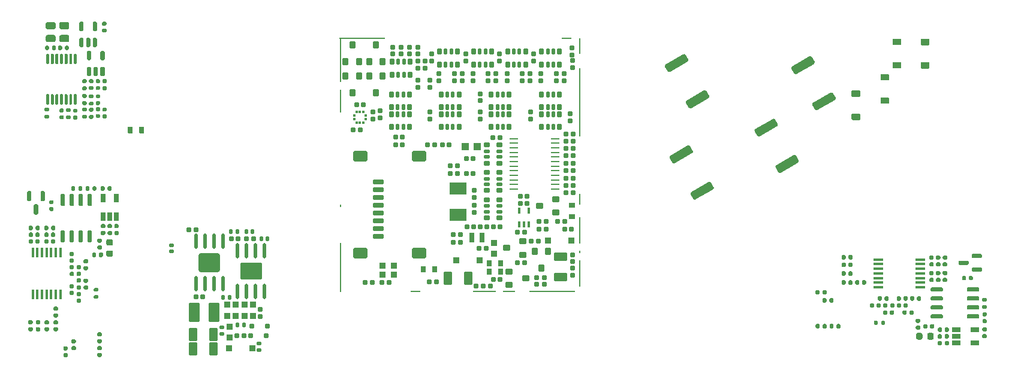
<source format=gbp>
G75*
G70*
%OFA0B0*%
%FSLAX25Y25*%
%IPPOS*%
%LPD*%
%AMOC8*
5,1,8,0,0,1.08239X$1,22.5*
%
%AMM134*
21,1,0.035830,0.026770,-0.000000,-0.000000,180.000000*
21,1,0.029130,0.033470,-0.000000,-0.000000,180.000000*
1,1,0.006690,-0.014570,0.013390*
1,1,0.006690,0.014570,0.013390*
1,1,0.006690,0.014570,-0.013390*
1,1,0.006690,-0.014570,-0.013390*
%
%AMM135*
21,1,0.070870,0.036220,-0.000000,-0.000000,270.000000*
21,1,0.061810,0.045280,-0.000000,-0.000000,270.000000*
1,1,0.009060,-0.018110,-0.030910*
1,1,0.009060,-0.018110,0.030910*
1,1,0.009060,0.018110,0.030910*
1,1,0.009060,0.018110,-0.030910*
%
%AMM136*
21,1,0.033470,0.026770,-0.000000,-0.000000,180.000000*
21,1,0.026770,0.033470,-0.000000,-0.000000,180.000000*
1,1,0.006690,-0.013390,0.013390*
1,1,0.006690,0.013390,0.013390*
1,1,0.006690,0.013390,-0.013390*
1,1,0.006690,-0.013390,-0.013390*
%
%AMM138*
21,1,0.023620,0.018900,-0.000000,-0.000000,270.000000*
21,1,0.018900,0.023620,-0.000000,-0.000000,270.000000*
1,1,0.004720,-0.009450,-0.009450*
1,1,0.004720,-0.009450,0.009450*
1,1,0.004720,0.009450,0.009450*
1,1,0.004720,0.009450,-0.009450*
%
%AMM139*
21,1,0.019680,0.019680,-0.000000,-0.000000,180.000000*
21,1,0.015750,0.023620,-0.000000,-0.000000,180.000000*
1,1,0.003940,-0.007870,0.009840*
1,1,0.003940,0.007870,0.009840*
1,1,0.003940,0.007870,-0.009840*
1,1,0.003940,-0.007870,-0.009840*
%
%AMM140*
21,1,0.019680,0.019680,-0.000000,-0.000000,90.000000*
21,1,0.015750,0.023620,-0.000000,-0.000000,90.000000*
1,1,0.003940,0.009840,0.007870*
1,1,0.003940,0.009840,-0.007870*
1,1,0.003940,-0.009840,-0.007870*
1,1,0.003940,-0.009840,0.007870*
%
%AMM154*
21,1,0.106300,0.050390,-0.000000,-0.000000,270.000000*
21,1,0.093700,0.062990,-0.000000,-0.000000,270.000000*
1,1,0.012600,-0.025200,-0.046850*
1,1,0.012600,-0.025200,0.046850*
1,1,0.012600,0.025200,0.046850*
1,1,0.012600,0.025200,-0.046850*
%
%AMM155*
21,1,0.033470,0.026770,-0.000000,-0.000000,90.000000*
21,1,0.026770,0.033470,-0.000000,-0.000000,90.000000*
1,1,0.006690,0.013390,0.013390*
1,1,0.006690,0.013390,-0.013390*
1,1,0.006690,-0.013390,-0.013390*
1,1,0.006690,-0.013390,0.013390*
%
%AMM156*
21,1,0.023620,0.018900,-0.000000,-0.000000,0.000000*
21,1,0.018900,0.023620,-0.000000,-0.000000,0.000000*
1,1,0.004720,0.009450,-0.009450*
1,1,0.004720,-0.009450,-0.009450*
1,1,0.004720,-0.009450,0.009450*
1,1,0.004720,0.009450,0.009450*
%
%AMM157*
21,1,0.122050,0.075590,-0.000000,-0.000000,0.000000*
21,1,0.103150,0.094490,-0.000000,-0.000000,0.000000*
1,1,0.018900,0.051580,-0.037800*
1,1,0.018900,-0.051580,-0.037800*
1,1,0.018900,-0.051580,0.037800*
1,1,0.018900,0.051580,0.037800*
%
%AMM158*
21,1,0.118110,0.083460,-0.000000,-0.000000,180.000000*
21,1,0.097240,0.104330,-0.000000,-0.000000,180.000000*
1,1,0.020870,-0.048620,0.041730*
1,1,0.020870,0.048620,0.041730*
1,1,0.020870,0.048620,-0.041730*
1,1,0.020870,-0.048620,-0.041730*
%
%AMM219*
21,1,0.025590,0.026380,-0.000000,-0.000000,90.000000*
21,1,0.020470,0.031500,-0.000000,-0.000000,90.000000*
1,1,0.005120,0.013190,0.010240*
1,1,0.005120,0.013190,-0.010240*
1,1,0.005120,-0.013190,-0.010240*
1,1,0.005120,-0.013190,0.010240*
%
%AMM220*
21,1,0.017720,0.027950,-0.000000,-0.000000,90.000000*
21,1,0.014170,0.031500,-0.000000,-0.000000,90.000000*
1,1,0.003540,0.013980,0.007090*
1,1,0.003540,0.013980,-0.007090*
1,1,0.003540,-0.013980,-0.007090*
1,1,0.003540,-0.013980,0.007090*
%
%AMM223*
21,1,0.027560,0.018900,-0.000000,-0.000000,270.000000*
21,1,0.022840,0.023620,-0.000000,-0.000000,270.000000*
1,1,0.004720,-0.009450,-0.011420*
1,1,0.004720,-0.009450,0.011420*
1,1,0.004720,0.009450,0.011420*
1,1,0.004720,0.009450,-0.011420*
%
%AMM225*
21,1,0.027560,0.018900,-0.000000,-0.000000,0.000000*
21,1,0.022840,0.023620,-0.000000,-0.000000,0.000000*
1,1,0.004720,0.011420,-0.009450*
1,1,0.004720,-0.011420,-0.009450*
1,1,0.004720,-0.011420,0.009450*
1,1,0.004720,0.011420,0.009450*
%
%AMM227*
21,1,0.035430,0.030320,-0.000000,-0.000000,90.000000*
21,1,0.028350,0.037400,-0.000000,-0.000000,90.000000*
1,1,0.007090,0.015160,0.014170*
1,1,0.007090,0.015160,-0.014170*
1,1,0.007090,-0.015160,-0.014170*
1,1,0.007090,-0.015160,0.014170*
%
%AMM230*
21,1,0.027560,0.030710,-0.000000,-0.000000,180.000000*
21,1,0.022050,0.036220,-0.000000,-0.000000,180.000000*
1,1,0.005510,-0.011020,0.015350*
1,1,0.005510,0.011020,0.015350*
1,1,0.005510,0.011020,-0.015350*
1,1,0.005510,-0.011020,-0.015350*
%
%AMM251*
21,1,0.033470,0.026770,-0.000000,-0.000000,270.000000*
21,1,0.026770,0.033470,-0.000000,-0.000000,270.000000*
1,1,0.006690,-0.013390,-0.013390*
1,1,0.006690,-0.013390,0.013390*
1,1,0.006690,0.013390,0.013390*
1,1,0.006690,0.013390,-0.013390*
%
%AMM252*
21,1,0.025590,0.026380,-0.000000,-0.000000,180.000000*
21,1,0.020470,0.031500,-0.000000,-0.000000,180.000000*
1,1,0.005120,-0.010240,0.013190*
1,1,0.005120,0.010240,0.013190*
1,1,0.005120,0.010240,-0.013190*
1,1,0.005120,-0.010240,-0.013190*
%
%AMM253*
21,1,0.017720,0.027950,-0.000000,-0.000000,180.000000*
21,1,0.014170,0.031500,-0.000000,-0.000000,180.000000*
1,1,0.003540,-0.007090,0.013980*
1,1,0.003540,0.007090,0.013980*
1,1,0.003540,0.007090,-0.013980*
1,1,0.003540,-0.007090,-0.013980*
%
%AMM254*
21,1,0.078740,0.045670,-0.000000,-0.000000,0.000000*
21,1,0.067320,0.057090,-0.000000,-0.000000,0.000000*
1,1,0.011420,0.033660,-0.022840*
1,1,0.011420,-0.033660,-0.022840*
1,1,0.011420,-0.033660,0.022840*
1,1,0.011420,0.033660,0.022840*
%
%AMM255*
21,1,0.059060,0.020470,-0.000000,-0.000000,0.000000*
21,1,0.053940,0.025590,-0.000000,-0.000000,0.000000*
1,1,0.005120,0.026970,-0.010240*
1,1,0.005120,-0.026970,-0.010240*
1,1,0.005120,-0.026970,0.010240*
1,1,0.005120,0.026970,0.010240*
%
%AMM256*
21,1,0.035430,0.030320,-0.000000,-0.000000,0.000000*
21,1,0.028350,0.037400,-0.000000,-0.000000,0.000000*
1,1,0.007090,0.014170,-0.015160*
1,1,0.007090,-0.014170,-0.015160*
1,1,0.007090,-0.014170,0.015160*
1,1,0.007090,0.014170,0.015160*
%
%AMM257*
21,1,0.012600,0.028980,-0.000000,-0.000000,0.000000*
21,1,0.010080,0.031500,-0.000000,-0.000000,0.000000*
1,1,0.002520,0.005040,-0.014490*
1,1,0.002520,-0.005040,-0.014490*
1,1,0.002520,-0.005040,0.014490*
1,1,0.002520,0.005040,0.014490*
%
%AMM258*
21,1,0.070870,0.036220,-0.000000,-0.000000,180.000000*
21,1,0.061810,0.045280,-0.000000,-0.000000,180.000000*
1,1,0.009060,-0.030910,0.018110*
1,1,0.009060,0.030910,0.018110*
1,1,0.009060,0.030910,-0.018110*
1,1,0.009060,-0.030910,-0.018110*
%
%AMM259*
21,1,0.027560,0.049610,-0.000000,-0.000000,180.000000*
21,1,0.022050,0.055120,-0.000000,-0.000000,180.000000*
1,1,0.005510,-0.011020,0.024800*
1,1,0.005510,0.011020,0.024800*
1,1,0.005510,0.011020,-0.024800*
1,1,0.005510,-0.011020,-0.024800*
%
%AMM260*
21,1,0.027560,0.030710,-0.000000,-0.000000,270.000000*
21,1,0.022050,0.036220,-0.000000,-0.000000,270.000000*
1,1,0.005510,-0.015350,-0.011020*
1,1,0.005510,-0.015350,0.011020*
1,1,0.005510,0.015350,0.011020*
1,1,0.005510,0.015350,-0.011020*
%
%ADD135O,0.01968X0.08661*%
%ADD157R,0.05709X0.01772*%
%ADD158R,0.04803X0.02559*%
%ADD216R,0.01378X0.01476*%
%ADD219O,0.04961X0.00984*%
%ADD221R,0.09449X0.06693*%
%ADD222R,0.01476X0.01378*%
%ADD224R,0.03937X0.04331*%
%ADD297M134*%
%ADD298M135*%
%ADD299M136*%
%ADD301M138*%
%ADD302M139*%
%ADD303M140*%
%ADD317M154*%
%ADD318M155*%
%ADD319M156*%
%ADD320M157*%
%ADD321M158*%
%ADD332R,0.01772X0.05709*%
%ADD333R,0.02559X0.04803*%
%ADD409M219*%
%ADD410M220*%
%ADD413M223*%
%ADD415M225*%
%ADD417M227*%
%ADD420M230*%
%ADD441M251*%
%ADD442M252*%
%ADD443M253*%
%ADD444M254*%
%ADD445M255*%
%ADD446M256*%
%ADD447M257*%
%ADD448M258*%
%ADD449M259*%
%ADD450M260*%
%ADD51R,0.00787X0.14567*%
%ADD52R,0.00787X0.01575*%
%ADD53R,0.00787X0.06299*%
%ADD54R,0.00787X0.38189*%
%ADD55R,0.00787X0.09055*%
%ADD56R,0.05512X0.00787*%
%ADD57R,0.25197X0.00787*%
%ADD58R,0.06693X0.00787*%
%ADD59R,0.12992X0.00787*%
%ADD60R,0.00787X0.27559*%
%ADD61R,0.00787X0.12992*%
%ADD62R,0.00787X0.24803*%
X0000000Y0000000D02*
%LPD*%
G01*
G36*
G01*
X0510177Y0198197D02*
X0506162Y0198197D01*
G75*
G02*
X0505807Y0198551I0000000J0000354D01*
G01*
X0505807Y0201386D01*
G75*
G02*
X0506162Y0201740I0000354J0000000D01*
G01*
X0510177Y0201740D01*
G75*
G02*
X0510532Y0201386I0000000J-000354D01*
G01*
X0510532Y0198551D01*
G75*
G02*
X0510177Y0198197I-000354J0000000D01*
G01*
G37*
G36*
G01*
X0510177Y0211189D02*
X0506162Y0211189D01*
G75*
G02*
X0505807Y0211543I0000000J0000354D01*
G01*
X0505807Y0214378D01*
G75*
G02*
X0506162Y0214732I0000354J0000000D01*
G01*
X0510177Y0214732D01*
G75*
G02*
X0510532Y0214378I0000000J-000354D01*
G01*
X0510532Y0211543D01*
G75*
G02*
X0510177Y0211189I-000354J0000000D01*
G01*
G37*
G36*
G01*
X0494461Y0198303D02*
X0490445Y0198303D01*
G75*
G02*
X0490091Y0198658I0000000J0000354D01*
G01*
X0490091Y0201492D01*
G75*
G02*
X0490445Y0201847I0000354J0000000D01*
G01*
X0494461Y0201847D01*
G75*
G02*
X0494815Y0201492I0000000J-000354D01*
G01*
X0494815Y0198658D01*
G75*
G02*
X0494461Y0198303I-000354J0000000D01*
G01*
G37*
G36*
G01*
X0494461Y0211295D02*
X0490445Y0211295D01*
G75*
G02*
X0490091Y0211650I0000000J0000354D01*
G01*
X0490091Y0214484D01*
G75*
G02*
X0490445Y0214839I0000354J0000000D01*
G01*
X0494461Y0214839D01*
G75*
G02*
X0494815Y0214484I0000000J-000354D01*
G01*
X0494815Y0211650D01*
G75*
G02*
X0494461Y0211295I-000354J0000000D01*
G01*
G37*
G36*
G01*
X0471713Y0169543D02*
X0467697Y0169543D01*
G75*
G02*
X0467343Y0169898I0000000J0000354D01*
G01*
X0467343Y0172732D01*
G75*
G02*
X0467697Y0173087I0000354J0000000D01*
G01*
X0471713Y0173087D01*
G75*
G02*
X0472067Y0172732I0000000J-000354D01*
G01*
X0472067Y0169898D01*
G75*
G02*
X0471713Y0169543I-000354J0000000D01*
G01*
G37*
G36*
G01*
X0471713Y0182535D02*
X0467697Y0182535D01*
G75*
G02*
X0467343Y0182890I0000000J0000354D01*
G01*
X0467343Y0185724D01*
G75*
G02*
X0467697Y0186079I0000354J0000000D01*
G01*
X0471713Y0186079D01*
G75*
G02*
X0472067Y0185724I0000000J-000354D01*
G01*
X0472067Y0182890D01*
G75*
G02*
X0471713Y0182535I-000354J0000000D01*
G01*
G37*
G36*
G01*
X0458018Y0180588D02*
X0448301Y0174978D01*
G75*
G02*
X0446957Y0175338I-000492J0000852D01*
G01*
X0445529Y0177810D01*
G75*
G02*
X0445890Y0179155I0000852J0000492D01*
G01*
X0455607Y0184765D01*
G75*
G02*
X0456951Y0184405I0000492J-000852D01*
G01*
X0458379Y0181933D01*
G75*
G02*
X0458018Y0180588I-000852J-000492D01*
G01*
G37*
G36*
G01*
X0446355Y0200790D02*
X0436638Y0195180D01*
G75*
G02*
X0435293Y0195540I-000492J0000852D01*
G01*
X0433866Y0198012D01*
G75*
G02*
X0434226Y0199357I0000852J0000492D01*
G01*
X0443944Y0204967D01*
G75*
G02*
X0445288Y0204606I0000492J-000852D01*
G01*
X0446715Y0202135D01*
G75*
G02*
X0446355Y0200790I-000852J-000492D01*
G01*
G37*
G36*
G01*
X0487752Y0178595D02*
X0483737Y0178595D01*
G75*
G02*
X0483382Y0178949I0000000J0000354D01*
G01*
X0483382Y0181784D01*
G75*
G02*
X0483737Y0182138I0000354J0000000D01*
G01*
X0487752Y0182138D01*
G75*
G02*
X0488107Y0181784I0000000J-000354D01*
G01*
X0488107Y0178949D01*
G75*
G02*
X0487752Y0178595I-000354J0000000D01*
G01*
G37*
G36*
G01*
X0487752Y0191587D02*
X0483737Y0191587D01*
G75*
G02*
X0483382Y0191941I0000000J0000354D01*
G01*
X0483382Y0194776D01*
G75*
G02*
X0483737Y0195130I0000354J0000000D01*
G01*
X0487752Y0195130D01*
G75*
G02*
X0488107Y0194776I0000000J-000354D01*
G01*
X0488107Y0191941D01*
G75*
G02*
X0487752Y0191587I-000354J0000000D01*
G01*
G37*
G36*
G01*
X0064898Y0162445D02*
X0064898Y0165516D01*
G75*
G02*
X0065174Y0165791I0000276J0000000D01*
G01*
X0067378Y0165791D01*
G75*
G02*
X0067654Y0165516I0000000J-000276D01*
G01*
X0067654Y0162445D01*
G75*
G02*
X0067378Y0162169I-000276J0000000D01*
G01*
X0065174Y0162169D01*
G75*
G02*
X0064898Y0162445I0000000J0000276D01*
G01*
G37*
G36*
G01*
X0071197Y0162445D02*
X0071197Y0165516D01*
G75*
G02*
X0071473Y0165791I0000276J0000000D01*
G01*
X0073677Y0165791D01*
G75*
G02*
X0073953Y0165516I0000000J-000276D01*
G01*
X0073953Y0162445D01*
G75*
G02*
X0073677Y0162169I-000276J0000000D01*
G01*
X0071473Y0162169D01*
G75*
G02*
X0071197Y0162445I0000000J0000276D01*
G01*
G37*
G36*
G01*
X0387743Y0181754D02*
X0378026Y0176144D01*
G75*
G02*
X0376681Y0176504I-000492J0000852D01*
G01*
X0375254Y0178976D01*
G75*
G02*
X0375614Y0180320I0000852J0000492D01*
G01*
X0385331Y0185931D01*
G75*
G02*
X0386676Y0185570I0000492J-000852D01*
G01*
X0388103Y0183098D01*
G75*
G02*
X0387743Y0181754I-000852J-000492D01*
G01*
G37*
G36*
G01*
X0376079Y0201955D02*
X0366362Y0196345D01*
G75*
G02*
X0365018Y0196705I-000492J0000852D01*
G01*
X0363591Y0199177D01*
G75*
G02*
X0363951Y0200522I0000852J0000492D01*
G01*
X0373668Y0206132D01*
G75*
G02*
X0375012Y0205772I0000492J-000852D01*
G01*
X0376440Y0203300D01*
G75*
G02*
X0376079Y0201955I-000852J-000492D01*
G01*
G37*
G36*
G01*
X0390314Y0130856D02*
X0380596Y0125246D01*
G75*
G02*
X0379252Y0125606I-000492J0000852D01*
G01*
X0377825Y0128078D01*
G75*
G02*
X0378185Y0129423I0000852J0000492D01*
G01*
X0387902Y0135033D01*
G75*
G02*
X0389247Y0134673I0000492J-000852D01*
G01*
X0390674Y0132201D01*
G75*
G02*
X0390314Y0130856I-000852J-000492D01*
G01*
G37*
G36*
G01*
X0378650Y0151058D02*
X0368933Y0145448D01*
G75*
G02*
X0367589Y0145808I-000492J0000852D01*
G01*
X0366161Y0148280D01*
G75*
G02*
X0366522Y0149624I0000852J0000492D01*
G01*
X0376239Y0155234D01*
G75*
G02*
X0377583Y0154874I0000492J-000852D01*
G01*
X0379011Y0152402D01*
G75*
G02*
X0378650Y0151058I-000852J-000492D01*
G01*
G37*
G36*
G01*
X0437562Y0145770D02*
X0427844Y0140159D01*
G75*
G02*
X0426500Y0140520I-000492J0000852D01*
G01*
X0425073Y0142992D01*
G75*
G02*
X0425433Y0144336I0000852J0000492D01*
G01*
X0435150Y0149946D01*
G75*
G02*
X0436495Y0149586I0000492J-000852D01*
G01*
X0437922Y0147114D01*
G75*
G02*
X0437562Y0145770I-000852J-000492D01*
G01*
G37*
G36*
G01*
X0425898Y0165971D02*
X0416181Y0160361D01*
G75*
G02*
X0414837Y0160721I-000492J0000852D01*
G01*
X0413409Y0163193D01*
G75*
G02*
X0413770Y0164538I0000852J0000492D01*
G01*
X0423487Y0170148D01*
G75*
G02*
X0424831Y0169788I0000492J-000852D01*
G01*
X0426259Y0167316D01*
G75*
G02*
X0425898Y0165971I-000852J-000492D01*
G01*
G37*
X0150941Y0118728D02*
G01*
G75*
D297*
X0121026Y0042350D02*
D03*
X0134018Y0042350D02*
D03*
D298*
X0101166Y0041956D02*
D03*
X0112583Y0041956D02*
D03*
X0101166Y0049988D02*
D03*
X0112583Y0049988D02*
D03*
D301*
X0138539Y0064004D02*
D03*
X0138539Y0060067D02*
D03*
X0141886Y0049437D02*
D03*
X0133224Y0049437D02*
D03*
X0142673Y0054685D02*
D03*
X0134012Y0054685D02*
D03*
D302*
X0130786Y0107311D02*
D03*
X0134330Y0107311D02*
D03*
X0121395Y0070578D02*
D03*
X0117851Y0070578D02*
D03*
X0129392Y0055473D02*
D03*
X0125849Y0055473D02*
D03*
X0122168Y0107311D02*
D03*
X0125711Y0107311D02*
D03*
X0142673Y0103374D02*
D03*
X0139130Y0103374D02*
D03*
D303*
X0117188Y0053898D02*
D03*
X0117188Y0050354D02*
D03*
X0137955Y0041496D02*
D03*
X0137955Y0045040D02*
D03*
X0089191Y0099813D02*
D03*
X0089191Y0096269D02*
D03*
D317*
X0101728Y0062429D02*
D03*
X0112752Y0062429D02*
D03*
D318*
X0134406Y0066752D02*
D03*
X0134406Y0060532D02*
D03*
X0120312Y0066752D02*
D03*
X0120312Y0060532D02*
D03*
X0125003Y0066752D02*
D03*
X0125003Y0060532D02*
D03*
X0129695Y0066752D02*
D03*
X0129695Y0060532D02*
D03*
X0121493Y0054508D02*
D03*
X0121493Y0048287D02*
D03*
D319*
X0130983Y0103374D02*
D03*
X0134920Y0103374D02*
D03*
X0126302Y0103374D02*
D03*
X0122365Y0103374D02*
D03*
X0129589Y0049437D02*
D03*
X0125652Y0049437D02*
D03*
X0106656Y0071051D02*
D03*
X0102719Y0071051D02*
D03*
X0098880Y0108492D02*
D03*
X0102818Y0108492D02*
D03*
D135*
X0125869Y0096614D02*
D03*
X0130869Y0096614D02*
D03*
X0135869Y0096614D02*
D03*
X0140869Y0096614D02*
D03*
X0125869Y0073977D02*
D03*
X0130869Y0073977D02*
D03*
X0135869Y0073977D02*
D03*
X0140869Y0073977D02*
D03*
X0102802Y0101897D02*
D03*
X0107802Y0101897D02*
D03*
X0112802Y0101897D02*
D03*
X0117802Y0101897D02*
D03*
X0102802Y0078472D02*
D03*
X0107802Y0078472D02*
D03*
X0112802Y0078472D02*
D03*
X0117802Y0078472D02*
D03*
D320*
X0133369Y0085296D02*
D03*
D321*
X0110302Y0090185D02*
D03*
X0016606Y0226996D02*
%LPD*%
G01*
G36*
G01*
X0047200Y0210067D02*
X0046019Y0210067D01*
G75*
G02*
X0045428Y0210657I0000000J0000591D01*
G01*
X0045428Y0214693D01*
G75*
G02*
X0046019Y0215283I0000591J0000000D01*
G01*
X0047200Y0215283D01*
G75*
G02*
X0047790Y0214693I0000000J-000591D01*
G01*
X0047790Y0210657D01*
G75*
G02*
X0047200Y0210067I-000591J0000000D01*
G01*
G37*
G36*
G01*
X0043459Y0210067D02*
X0042278Y0210067D01*
G75*
G02*
X0041688Y0210657I0000000J0000591D01*
G01*
X0041688Y0214693D01*
G75*
G02*
X0042278Y0215283I0000591J0000000D01*
G01*
X0043459Y0215283D01*
G75*
G02*
X0044050Y0214693I0000000J-000591D01*
G01*
X0044050Y0210657D01*
G75*
G02*
X0043459Y0210067I-000591J0000000D01*
G01*
G37*
G36*
G01*
X0039719Y0210067D02*
X0038538Y0210067D01*
G75*
G02*
X0037948Y0210657I0000000J0000591D01*
G01*
X0037948Y0214693D01*
G75*
G02*
X0038538Y0215283I0000591J0000000D01*
G01*
X0039719Y0215283D01*
G75*
G02*
X0040310Y0214693I0000000J-000591D01*
G01*
X0040310Y0210657D01*
G75*
G02*
X0039719Y0210067I-000591J0000000D01*
G01*
G37*
G36*
G01*
X0039719Y0219024D02*
X0038538Y0219024D01*
G75*
G02*
X0037948Y0219614I0000000J0000591D01*
G01*
X0037948Y0223650D01*
G75*
G02*
X0038538Y0224240I0000591J0000000D01*
G01*
X0039719Y0224240D01*
G75*
G02*
X0040310Y0223650I0000000J-000591D01*
G01*
X0040310Y0219614D01*
G75*
G02*
X0039719Y0219024I-000591J0000000D01*
G01*
G37*
G36*
G01*
X0047200Y0219024D02*
X0046019Y0219024D01*
G75*
G02*
X0045428Y0219614I0000000J0000591D01*
G01*
X0045428Y0223650D01*
G75*
G02*
X0046019Y0224240I0000591J0000000D01*
G01*
X0047200Y0224240D01*
G75*
G02*
X0047790Y0223650I0000000J-000591D01*
G01*
X0047790Y0219614D01*
G75*
G02*
X0047200Y0219024I-000591J0000000D01*
G01*
G37*
G36*
G01*
X0024913Y0210342D02*
X0024913Y0209004D01*
G75*
G02*
X0024362Y0208453I-000551J0000000D01*
G01*
X0023260Y0208453D01*
G75*
G02*
X0022708Y0209004I0000000J0000551D01*
G01*
X0022708Y0210342D01*
G75*
G02*
X0023260Y0210894I0000551J0000000D01*
G01*
X0024362Y0210894D01*
G75*
G02*
X0024913Y0210342I0000000J-000551D01*
G01*
G37*
G36*
G01*
X0021134Y0210342D02*
X0021134Y0209004D01*
G75*
G02*
X0020582Y0208453I-000551J0000000D01*
G01*
X0019480Y0208453D01*
G75*
G02*
X0018929Y0209004I0000000J0000551D01*
G01*
X0018929Y0210342D01*
G75*
G02*
X0019480Y0210894I0000551J0000000D01*
G01*
X0020582Y0210894D01*
G75*
G02*
X0021134Y0210342I0000000J-000551D01*
G01*
G37*
G36*
G01*
X0047630Y0183827D02*
X0048968Y0183827D01*
G75*
G02*
X0049519Y0183276I0000000J-000551D01*
G01*
X0049519Y0182173D01*
G75*
G02*
X0048968Y0181622I-000551J0000000D01*
G01*
X0047630Y0181622D01*
G75*
G02*
X0047078Y0182173I0000000J0000551D01*
G01*
X0047078Y0183276D01*
G75*
G02*
X0047630Y0183827I0000551J0000000D01*
G01*
G37*
G36*
G01*
X0047630Y0180047D02*
X0048968Y0180047D01*
G75*
G02*
X0049519Y0179496I0000000J-000551D01*
G01*
X0049519Y0178394D01*
G75*
G02*
X0048968Y0177842I-000551J0000000D01*
G01*
X0047630Y0177842D01*
G75*
G02*
X0047078Y0178394I0000000J0000551D01*
G01*
X0047078Y0179496D01*
G75*
G02*
X0047630Y0180047I0000551J0000000D01*
G01*
G37*
G36*
G01*
X0052630Y0170480D02*
X0051291Y0170480D01*
G75*
G02*
X0050740Y0171031I0000000J0000551D01*
G01*
X0050740Y0172134D01*
G75*
G02*
X0051291Y0172685I0000551J0000000D01*
G01*
X0052630Y0172685D01*
G75*
G02*
X0053181Y0172134I0000000J-000551D01*
G01*
X0053181Y0171031D01*
G75*
G02*
X0052630Y0170480I-000551J0000000D01*
G01*
G37*
G36*
G01*
X0052630Y0174260D02*
X0051291Y0174260D01*
G75*
G02*
X0050740Y0174811I0000000J0000551D01*
G01*
X0050740Y0175913D01*
G75*
G02*
X0051291Y0176465I0000551J0000000D01*
G01*
X0052630Y0176465D01*
G75*
G02*
X0053181Y0175913I0000000J-000551D01*
G01*
X0053181Y0174811D01*
G75*
G02*
X0052630Y0174260I-000551J0000000D01*
G01*
G37*
G36*
G01*
X0043889Y0192232D02*
X0045228Y0192232D01*
G75*
G02*
X0045779Y0191681I0000000J-000551D01*
G01*
X0045779Y0190579D01*
G75*
G02*
X0045228Y0190027I-000551J0000000D01*
G01*
X0043889Y0190027D01*
G75*
G02*
X0043338Y0190579I0000000J0000551D01*
G01*
X0043338Y0191681D01*
G75*
G02*
X0043889Y0192232I0000551J0000000D01*
G01*
G37*
G36*
G01*
X0043889Y0188453D02*
X0045228Y0188453D01*
G75*
G02*
X0045779Y0187902I0000000J-000551D01*
G01*
X0045779Y0186799D01*
G75*
G02*
X0045228Y0186248I-000551J0000000D01*
G01*
X0043889Y0186248D01*
G75*
G02*
X0043338Y0186799I0000000J0000551D01*
G01*
X0043338Y0187902D01*
G75*
G02*
X0043889Y0188453I0000551J0000000D01*
G01*
G37*
G36*
G01*
X0048968Y0170677D02*
X0047630Y0170677D01*
G75*
G02*
X0047078Y0171228I0000000J0000551D01*
G01*
X0047078Y0172331D01*
G75*
G02*
X0047630Y0172882I0000551J0000000D01*
G01*
X0048968Y0172882D01*
G75*
G02*
X0049519Y0172331I0000000J-000551D01*
G01*
X0049519Y0171228D01*
G75*
G02*
X0048968Y0170677I-000551J0000000D01*
G01*
G37*
G36*
G01*
X0048968Y0174457D02*
X0047630Y0174457D01*
G75*
G02*
X0047078Y0175008I0000000J0000551D01*
G01*
X0047078Y0176110D01*
G75*
G02*
X0047630Y0176661I0000551J0000000D01*
G01*
X0048968Y0176661D01*
G75*
G02*
X0049519Y0176110I0000000J-000551D01*
G01*
X0049519Y0175008D01*
G75*
G02*
X0048968Y0174457I-000551J0000000D01*
G01*
G37*
G36*
G01*
X0027452Y0175953D02*
X0028791Y0175953D01*
G75*
G02*
X0029342Y0175402I0000000J-000551D01*
G01*
X0029342Y0174299D01*
G75*
G02*
X0028791Y0173748I-000551J0000000D01*
G01*
X0027452Y0173748D01*
G75*
G02*
X0026901Y0174299I0000000J0000551D01*
G01*
X0026901Y0175402D01*
G75*
G02*
X0027452Y0175953I0000551J0000000D01*
G01*
G37*
G36*
G01*
X0027452Y0172173D02*
X0028791Y0172173D01*
G75*
G02*
X0029342Y0171622I0000000J-000551D01*
G01*
X0029342Y0170520D01*
G75*
G02*
X0028791Y0169968I-000551J0000000D01*
G01*
X0027452Y0169968D01*
G75*
G02*
X0026901Y0170520I0000000J0000551D01*
G01*
X0026901Y0171622D01*
G75*
G02*
X0027452Y0172173I0000551J0000000D01*
G01*
G37*
G36*
G01*
X0019952Y0206462D02*
X0020740Y0206462D01*
G75*
G02*
X0021134Y0206068I0000000J-000394D01*
G01*
X0021134Y0201048D01*
G75*
G02*
X0020740Y0200655I-000394J0000000D01*
G01*
X0019952Y0200655D01*
G75*
G02*
X0019559Y0201048I0000000J0000394D01*
G01*
X0019559Y0206068D01*
G75*
G02*
X0019952Y0206462I0000394J0000000D01*
G01*
G37*
G36*
G01*
X0022512Y0206462D02*
X0023299Y0206462D01*
G75*
G02*
X0023693Y0206068I0000000J-000394D01*
G01*
X0023693Y0201048D01*
G75*
G02*
X0023299Y0200655I-000394J0000000D01*
G01*
X0022512Y0200655D01*
G75*
G02*
X0022118Y0201048I0000000J0000394D01*
G01*
X0022118Y0206068D01*
G75*
G02*
X0022512Y0206462I0000394J0000000D01*
G01*
G37*
G36*
G01*
X0025071Y0206462D02*
X0025858Y0206462D01*
G75*
G02*
X0026252Y0206068I0000000J-000394D01*
G01*
X0026252Y0201048D01*
G75*
G02*
X0025858Y0200655I-000394J0000000D01*
G01*
X0025071Y0200655D01*
G75*
G02*
X0024677Y0201048I0000000J0000394D01*
G01*
X0024677Y0206068D01*
G75*
G02*
X0025071Y0206462I0000394J0000000D01*
G01*
G37*
G36*
G01*
X0027630Y0206462D02*
X0028417Y0206462D01*
G75*
G02*
X0028811Y0206068I0000000J-000394D01*
G01*
X0028811Y0201048D01*
G75*
G02*
X0028417Y0200655I-000394J0000000D01*
G01*
X0027630Y0200655D01*
G75*
G02*
X0027236Y0201048I0000000J0000394D01*
G01*
X0027236Y0206068D01*
G75*
G02*
X0027630Y0206462I0000394J0000000D01*
G01*
G37*
G36*
G01*
X0030189Y0206462D02*
X0030976Y0206462D01*
G75*
G02*
X0031370Y0206068I0000000J-000394D01*
G01*
X0031370Y0201048D01*
G75*
G02*
X0030976Y0200655I-000394J0000000D01*
G01*
X0030189Y0200655D01*
G75*
G02*
X0029795Y0201048I0000000J0000394D01*
G01*
X0029795Y0206068D01*
G75*
G02*
X0030189Y0206462I0000394J0000000D01*
G01*
G37*
G36*
G01*
X0032748Y0206462D02*
X0033535Y0206462D01*
G75*
G02*
X0033929Y0206068I0000000J-000394D01*
G01*
X0033929Y0201048D01*
G75*
G02*
X0033535Y0200655I-000394J0000000D01*
G01*
X0032748Y0200655D01*
G75*
G02*
X0032354Y0201048I0000000J0000394D01*
G01*
X0032354Y0206068D01*
G75*
G02*
X0032748Y0206462I0000394J0000000D01*
G01*
G37*
G36*
G01*
X0035307Y0206462D02*
X0036094Y0206462D01*
G75*
G02*
X0036488Y0206068I0000000J-000394D01*
G01*
X0036488Y0201048D01*
G75*
G02*
X0036094Y0200655I-000394J0000000D01*
G01*
X0035307Y0200655D01*
G75*
G02*
X0034913Y0201048I0000000J0000394D01*
G01*
X0034913Y0206068D01*
G75*
G02*
X0035307Y0206462I0000394J0000000D01*
G01*
G37*
G36*
G01*
X0035307Y0183922D02*
X0036094Y0183922D01*
G75*
G02*
X0036488Y0183529I0000000J-000394D01*
G01*
X0036488Y0178509D01*
G75*
G02*
X0036094Y0178115I-000394J0000000D01*
G01*
X0035307Y0178115D01*
G75*
G02*
X0034913Y0178509I0000000J0000394D01*
G01*
X0034913Y0183529D01*
G75*
G02*
X0035307Y0183922I0000394J0000000D01*
G01*
G37*
G36*
G01*
X0032748Y0183922D02*
X0033535Y0183922D01*
G75*
G02*
X0033929Y0183529I0000000J-000394D01*
G01*
X0033929Y0178509D01*
G75*
G02*
X0033535Y0178115I-000394J0000000D01*
G01*
X0032748Y0178115D01*
G75*
G02*
X0032354Y0178509I0000000J0000394D01*
G01*
X0032354Y0183529D01*
G75*
G02*
X0032748Y0183922I0000394J0000000D01*
G01*
G37*
G36*
G01*
X0030189Y0183922D02*
X0030976Y0183922D01*
G75*
G02*
X0031370Y0183529I0000000J-000394D01*
G01*
X0031370Y0178509D01*
G75*
G02*
X0030976Y0178115I-000394J0000000D01*
G01*
X0030189Y0178115D01*
G75*
G02*
X0029795Y0178509I0000000J0000394D01*
G01*
X0029795Y0183529D01*
G75*
G02*
X0030189Y0183922I0000394J0000000D01*
G01*
G37*
G36*
G01*
X0027630Y0183922D02*
X0028417Y0183922D01*
G75*
G02*
X0028811Y0183529I0000000J-000394D01*
G01*
X0028811Y0178509D01*
G75*
G02*
X0028417Y0178115I-000394J0000000D01*
G01*
X0027630Y0178115D01*
G75*
G02*
X0027236Y0178509I0000000J0000394D01*
G01*
X0027236Y0183529D01*
G75*
G02*
X0027630Y0183922I0000394J0000000D01*
G01*
G37*
G36*
G01*
X0025071Y0183922D02*
X0025858Y0183922D01*
G75*
G02*
X0026252Y0183529I0000000J-000394D01*
G01*
X0026252Y0178509D01*
G75*
G02*
X0025858Y0178115I-000394J0000000D01*
G01*
X0025071Y0178115D01*
G75*
G02*
X0024677Y0178509I0000000J0000394D01*
G01*
X0024677Y0183529D01*
G75*
G02*
X0025071Y0183922I0000394J0000000D01*
G01*
G37*
G36*
G01*
X0022512Y0183922D02*
X0023299Y0183922D01*
G75*
G02*
X0023693Y0183529I0000000J-000394D01*
G01*
X0023693Y0178509D01*
G75*
G02*
X0023299Y0178115I-000394J0000000D01*
G01*
X0022512Y0178115D01*
G75*
G02*
X0022118Y0178509I0000000J0000394D01*
G01*
X0022118Y0183529D01*
G75*
G02*
X0022512Y0183922I0000394J0000000D01*
G01*
G37*
G36*
G01*
X0019952Y0183922D02*
X0020740Y0183922D01*
G75*
G02*
X0021134Y0183529I0000000J-000394D01*
G01*
X0021134Y0178509D01*
G75*
G02*
X0020740Y0178115I-000394J0000000D01*
G01*
X0019952Y0178115D01*
G75*
G02*
X0019559Y0178509I0000000J0000394D01*
G01*
X0019559Y0183529D01*
G75*
G02*
X0019952Y0183922I0000394J0000000D01*
G01*
G37*
G36*
G01*
X0027823Y0224105D02*
X0031366Y0224105D01*
G75*
G02*
X0032350Y0223121I0000000J-000984D01*
G01*
X0032350Y0221054D01*
G75*
G02*
X0031366Y0220070I-000984J0000000D01*
G01*
X0027823Y0220070D01*
G75*
G02*
X0026838Y0221054I0000000J0000984D01*
G01*
X0026838Y0223121D01*
G75*
G02*
X0027823Y0224105I0000984J0000000D01*
G01*
G37*
G36*
G01*
X0027823Y0216920D02*
X0031366Y0216920D01*
G75*
G02*
X0032350Y0215936I0000000J-000984D01*
G01*
X0032350Y0213869D01*
G75*
G02*
X0031366Y0212885I-000984J0000000D01*
G01*
X0027823Y0212885D01*
G75*
G02*
X0026838Y0213869I0000000J0000984D01*
G01*
X0026838Y0215936D01*
G75*
G02*
X0027823Y0216920I0000984J0000000D01*
G01*
G37*
G36*
G01*
X0041547Y0177862D02*
X0040090Y0177862D01*
G75*
G02*
X0039559Y0178394I0000000J0000531D01*
G01*
X0039559Y0179457D01*
G75*
G02*
X0040090Y0179988I0000531J0000000D01*
G01*
X0041547Y0179988D01*
G75*
G02*
X0042078Y0179457I0000000J-000531D01*
G01*
X0042078Y0178394D01*
G75*
G02*
X0041547Y0177862I-000531J0000000D01*
G01*
G37*
G36*
G01*
X0041547Y0181878D02*
X0040090Y0181878D01*
G75*
G02*
X0039559Y0182409I0000000J0000531D01*
G01*
X0039559Y0183472D01*
G75*
G02*
X0040090Y0184004I0000531J0000000D01*
G01*
X0041547Y0184004D01*
G75*
G02*
X0042078Y0183472I0000000J-000531D01*
G01*
X0042078Y0182409D01*
G75*
G02*
X0041547Y0181878I-000531J0000000D01*
G01*
G37*
G36*
G01*
X0052472Y0218295D02*
X0051134Y0218295D01*
G75*
G02*
X0050582Y0218846I0000000J0000551D01*
G01*
X0050582Y0219949D01*
G75*
G02*
X0051134Y0220500I0000551J0000000D01*
G01*
X0052472Y0220500D01*
G75*
G02*
X0053023Y0219949I0000000J-000551D01*
G01*
X0053023Y0218846D01*
G75*
G02*
X0052472Y0218295I-000551J0000000D01*
G01*
G37*
G36*
G01*
X0052472Y0222075D02*
X0051134Y0222075D01*
G75*
G02*
X0050582Y0222626I0000000J0000551D01*
G01*
X0050582Y0223728D01*
G75*
G02*
X0051134Y0224279I0000551J0000000D01*
G01*
X0052472Y0224279D01*
G75*
G02*
X0053023Y0223728I0000000J-000551D01*
G01*
X0053023Y0222626D01*
G75*
G02*
X0052472Y0222075I-000551J0000000D01*
G01*
G37*
G36*
G01*
X0045287Y0170185D02*
X0043830Y0170185D01*
G75*
G02*
X0043299Y0170716I0000000J0000531D01*
G01*
X0043299Y0171779D01*
G75*
G02*
X0043830Y0172311I0000531J0000000D01*
G01*
X0045287Y0172311D01*
G75*
G02*
X0045819Y0171779I0000000J-000531D01*
G01*
X0045819Y0170716D01*
G75*
G02*
X0045287Y0170185I-000531J0000000D01*
G01*
G37*
G36*
G01*
X0045287Y0174201D02*
X0043830Y0174201D01*
G75*
G02*
X0043299Y0174732I0000000J0000531D01*
G01*
X0043299Y0175795D01*
G75*
G02*
X0043830Y0176327I0000531J0000000D01*
G01*
X0045287Y0176327D01*
G75*
G02*
X0045819Y0175795I0000000J-000531D01*
G01*
X0045819Y0174732D01*
G75*
G02*
X0045287Y0174201I-000531J0000000D01*
G01*
G37*
G36*
G01*
X0041547Y0186118D02*
X0040091Y0186118D01*
G75*
G02*
X0039559Y0186650I0000000J0000531D01*
G01*
X0039559Y0187713D01*
G75*
G02*
X0040091Y0188244I0000531J0000000D01*
G01*
X0041547Y0188244D01*
G75*
G02*
X0042079Y0187713I0000000J-000531D01*
G01*
X0042079Y0186650D01*
G75*
G02*
X0041547Y0186118I-000531J0000000D01*
G01*
G37*
G36*
G01*
X0041547Y0190134D02*
X0040091Y0190134D01*
G75*
G02*
X0039559Y0190666I0000000J0000531D01*
G01*
X0039559Y0191729D01*
G75*
G02*
X0040091Y0192260I0000531J0000000D01*
G01*
X0041547Y0192260D01*
G75*
G02*
X0042079Y0191729I0000000J-000531D01*
G01*
X0042079Y0190666D01*
G75*
G02*
X0041547Y0190134I-000531J0000000D01*
G01*
G37*
G36*
G01*
X0023791Y0212885D02*
X0020248Y0212885D01*
G75*
G02*
X0019263Y0213869I0000000J0000984D01*
G01*
X0019263Y0215936D01*
G75*
G02*
X0020248Y0216920I0000984J0000000D01*
G01*
X0023791Y0216920D01*
G75*
G02*
X0024775Y0215936I0000000J-000984D01*
G01*
X0024775Y0213869D01*
G75*
G02*
X0023791Y0212885I-000984J0000000D01*
G01*
G37*
G36*
G01*
X0023791Y0220070D02*
X0020248Y0220070D01*
G75*
G02*
X0019263Y0221054I0000000J0000984D01*
G01*
X0019263Y0223121D01*
G75*
G02*
X0020248Y0224105I0000984J0000000D01*
G01*
X0023791Y0224105D01*
G75*
G02*
X0024775Y0223121I0000000J-000984D01*
G01*
X0024775Y0221054D01*
G75*
G02*
X0023791Y0220070I-000984J0000000D01*
G01*
G37*
G36*
G01*
X0052689Y0186169D02*
X0051232Y0186169D01*
G75*
G02*
X0050700Y0186701I0000000J0000531D01*
G01*
X0050700Y0187764D01*
G75*
G02*
X0051232Y0188295I0000531J0000000D01*
G01*
X0052689Y0188295D01*
G75*
G02*
X0053220Y0187764I0000000J-000531D01*
G01*
X0053220Y0186701D01*
G75*
G02*
X0052689Y0186169I-000531J0000000D01*
G01*
G37*
G36*
G01*
X0052689Y0190185D02*
X0051232Y0190185D01*
G75*
G02*
X0050700Y0190716I0000000J0000531D01*
G01*
X0050700Y0191779D01*
G75*
G02*
X0051232Y0192311I0000531J0000000D01*
G01*
X0052689Y0192311D01*
G75*
G02*
X0053220Y0191779I0000000J-000531D01*
G01*
X0053220Y0190716D01*
G75*
G02*
X0052689Y0190185I-000531J0000000D01*
G01*
G37*
G36*
G01*
X0019185Y0176484D02*
X0020641Y0176484D01*
G75*
G02*
X0021173Y0175953I0000000J-000531D01*
G01*
X0021173Y0174890D01*
G75*
G02*
X0020641Y0174358I-000531J0000000D01*
G01*
X0019185Y0174358D01*
G75*
G02*
X0018653Y0174890I0000000J0000531D01*
G01*
X0018653Y0175953D01*
G75*
G02*
X0019185Y0176484I0000531J0000000D01*
G01*
G37*
G36*
G01*
X0019185Y0172468D02*
X0020641Y0172468D01*
G75*
G02*
X0021173Y0171937I0000000J-000531D01*
G01*
X0021173Y0170874D01*
G75*
G02*
X0020641Y0170342I-000531J0000000D01*
G01*
X0019185Y0170342D01*
G75*
G02*
X0018653Y0170874I0000000J0000531D01*
G01*
X0018653Y0171937D01*
G75*
G02*
X0019185Y0172468I0000531J0000000D01*
G01*
G37*
G36*
G01*
X0031134Y0176031D02*
X0032590Y0176031D01*
G75*
G02*
X0033122Y0175500I0000000J-000531D01*
G01*
X0033122Y0174437D01*
G75*
G02*
X0032590Y0173905I-000531J0000000D01*
G01*
X0031134Y0173905D01*
G75*
G02*
X0030602Y0174437I0000000J0000531D01*
G01*
X0030602Y0175500D01*
G75*
G02*
X0031134Y0176031I0000531J0000000D01*
G01*
G37*
G36*
G01*
X0031134Y0172016D02*
X0032590Y0172016D01*
G75*
G02*
X0033122Y0171484I0000000J-000531D01*
G01*
X0033122Y0170421D01*
G75*
G02*
X0032590Y0169890I-000531J0000000D01*
G01*
X0031134Y0169890D01*
G75*
G02*
X0030602Y0170421I0000000J0000531D01*
G01*
X0030602Y0171484D01*
G75*
G02*
X0031134Y0172016I0000531J0000000D01*
G01*
G37*
G36*
G01*
X0045287Y0177567D02*
X0043830Y0177567D01*
G75*
G02*
X0043299Y0178098I0000000J0000531D01*
G01*
X0043299Y0179161D01*
G75*
G02*
X0043830Y0179693I0000531J0000000D01*
G01*
X0045287Y0179693D01*
G75*
G02*
X0045819Y0179161I0000000J-000531D01*
G01*
X0045819Y0178098D01*
G75*
G02*
X0045287Y0177567I-000531J0000000D01*
G01*
G37*
G36*
G01*
X0045287Y0181583D02*
X0043830Y0181583D01*
G75*
G02*
X0043299Y0182114I0000000J0000531D01*
G01*
X0043299Y0183177D01*
G75*
G02*
X0043830Y0183709I0000531J0000000D01*
G01*
X0045287Y0183709D01*
G75*
G02*
X0045819Y0183177I0000000J-000531D01*
G01*
X0045819Y0182114D01*
G75*
G02*
X0045287Y0181583I-000531J0000000D01*
G01*
G37*
G36*
G01*
X0036370Y0169870D02*
X0035031Y0169870D01*
G75*
G02*
X0034480Y0170421I0000000J0000551D01*
G01*
X0034480Y0171524D01*
G75*
G02*
X0035031Y0172075I0000551J0000000D01*
G01*
X0036370Y0172075D01*
G75*
G02*
X0036921Y0171524I0000000J-000551D01*
G01*
X0036921Y0170421D01*
G75*
G02*
X0036370Y0169870I-000551J0000000D01*
G01*
G37*
G36*
G01*
X0036370Y0173650D02*
X0035031Y0173650D01*
G75*
G02*
X0034480Y0174201I0000000J0000551D01*
G01*
X0034480Y0175303D01*
G75*
G02*
X0035031Y0175854I0000551J0000000D01*
G01*
X0036370Y0175854D01*
G75*
G02*
X0036921Y0175303I0000000J-000551D01*
G01*
X0036921Y0174201D01*
G75*
G02*
X0036370Y0173650I-000551J0000000D01*
G01*
G37*
G36*
G01*
X0026155Y0209018D02*
X0026155Y0210356D01*
G75*
G02*
X0026706Y0210908I0000551J0000000D01*
G01*
X0027808Y0210908D01*
G75*
G02*
X0028360Y0210356I0000000J-000551D01*
G01*
X0028360Y0209018D01*
G75*
G02*
X0027808Y0208467I-000551J0000000D01*
G01*
X0026706Y0208467D01*
G75*
G02*
X0026155Y0209018I0000000J0000551D01*
G01*
G37*
G36*
G01*
X0029934Y0209018D02*
X0029934Y0210356D01*
G75*
G02*
X0030485Y0210908I0000551J0000000D01*
G01*
X0031588Y0210908D01*
G75*
G02*
X0032139Y0210356I0000000J-000551D01*
G01*
X0032139Y0209018D01*
G75*
G02*
X0031588Y0208467I-000551J0000000D01*
G01*
X0030485Y0208467D01*
G75*
G02*
X0029934Y0209018I0000000J0000551D01*
G01*
G37*
G36*
G01*
X0040090Y0176524D02*
X0041547Y0176524D01*
G75*
G02*
X0042078Y0175992I0000000J-000531D01*
G01*
X0042078Y0174929D01*
G75*
G02*
X0041547Y0174398I-000531J0000000D01*
G01*
X0040090Y0174398D01*
G75*
G02*
X0039559Y0174929I0000000J0000531D01*
G01*
X0039559Y0175992D01*
G75*
G02*
X0040090Y0176524I0000531J0000000D01*
G01*
G37*
G36*
G01*
X0040090Y0172508D02*
X0041547Y0172508D01*
G75*
G02*
X0042078Y0171976I0000000J-000531D01*
G01*
X0042078Y0170913D01*
G75*
G02*
X0041547Y0170382I-000531J0000000D01*
G01*
X0040090Y0170382D01*
G75*
G02*
X0039559Y0170913I0000000J0000531D01*
G01*
X0039559Y0171976D01*
G75*
G02*
X0040090Y0172508I0000531J0000000D01*
G01*
G37*
G36*
G01*
X0051449Y0193925D02*
X0050267Y0193925D01*
G75*
G02*
X0049677Y0194516I0000000J0000591D01*
G01*
X0049677Y0198551D01*
G75*
G02*
X0050267Y0199142I0000591J0000000D01*
G01*
X0051449Y0199142D01*
G75*
G02*
X0052039Y0198551I0000000J-000591D01*
G01*
X0052039Y0194516D01*
G75*
G02*
X0051449Y0193925I-000591J0000000D01*
G01*
G37*
G36*
G01*
X0047708Y0193925D02*
X0046527Y0193925D01*
G75*
G02*
X0045937Y0194516I0000000J0000591D01*
G01*
X0045937Y0198551D01*
G75*
G02*
X0046527Y0199142I0000591J0000000D01*
G01*
X0047708Y0199142D01*
G75*
G02*
X0048299Y0198551I0000000J-000591D01*
G01*
X0048299Y0194516D01*
G75*
G02*
X0047708Y0193925I-000591J0000000D01*
G01*
G37*
G36*
G01*
X0043968Y0193925D02*
X0042787Y0193925D01*
G75*
G02*
X0042197Y0194516I0000000J0000591D01*
G01*
X0042197Y0198551D01*
G75*
G02*
X0042787Y0199142I0000591J0000000D01*
G01*
X0043968Y0199142D01*
G75*
G02*
X0044559Y0198551I0000000J-000591D01*
G01*
X0044559Y0194516D01*
G75*
G02*
X0043968Y0193925I-000591J0000000D01*
G01*
G37*
G36*
G01*
X0043968Y0202882D02*
X0042787Y0202882D01*
G75*
G02*
X0042197Y0203472I0000000J0000591D01*
G01*
X0042197Y0207508D01*
G75*
G02*
X0042787Y0208098I0000591J0000000D01*
G01*
X0043968Y0208098D01*
G75*
G02*
X0044559Y0207508I0000000J-000591D01*
G01*
X0044559Y0203472D01*
G75*
G02*
X0043968Y0202882I-000591J0000000D01*
G01*
G37*
G36*
G01*
X0051449Y0202882D02*
X0050267Y0202882D01*
G75*
G02*
X0049677Y0203472I0000000J0000591D01*
G01*
X0049677Y0207508D01*
G75*
G02*
X0050267Y0208098I0000591J0000000D01*
G01*
X0051449Y0208098D01*
G75*
G02*
X0052039Y0207508I0000000J-000591D01*
G01*
X0052039Y0203472D01*
G75*
G02*
X0051449Y0202882I-000591J0000000D01*
G01*
G37*
G36*
G01*
X0047630Y0192232D02*
X0048968Y0192232D01*
G75*
G02*
X0049519Y0191681I0000000J-000551D01*
G01*
X0049519Y0190579D01*
G75*
G02*
X0048968Y0190027I-000551J0000000D01*
G01*
X0047630Y0190027D01*
G75*
G02*
X0047078Y0190579I0000000J0000551D01*
G01*
X0047078Y0191681D01*
G75*
G02*
X0047630Y0192232I0000551J0000000D01*
G01*
G37*
G36*
G01*
X0047630Y0188453D02*
X0048968Y0188453D01*
G75*
G02*
X0049519Y0187902I0000000J-000551D01*
G01*
X0049519Y0186799D01*
G75*
G02*
X0048968Y0186248I-000551J0000000D01*
G01*
X0047630Y0186248D01*
G75*
G02*
X0047078Y0186799I0000000J0000551D01*
G01*
X0047078Y0187902D01*
G75*
G02*
X0047630Y0188453I0000551J0000000D01*
G01*
G37*
X0277886Y0236835D02*
%LPD*%
G01*
X0547559Y0096898D02*
%LPD*%
G01*
G36*
G01*
X0467854Y0089539D02*
X0467854Y0088181D01*
G75*
G02*
X0467274Y0087600I-000581J0000000D01*
G01*
X0466112Y0087600D01*
G75*
G02*
X0465531Y0088181I0000000J0000581D01*
G01*
X0465531Y0089539D01*
G75*
G02*
X0466112Y0090120I0000581J0000000D01*
G01*
X0467274Y0090120D01*
G75*
G02*
X0467854Y0089539I0000000J-000581D01*
G01*
G37*
G36*
G01*
X0464035Y0089539D02*
X0464035Y0088181D01*
G75*
G02*
X0463455Y0087600I-000581J0000000D01*
G01*
X0462293Y0087600D01*
G75*
G02*
X0461713Y0088181I0000000J0000581D01*
G01*
X0461713Y0089539D01*
G75*
G02*
X0462293Y0090120I0000581J0000000D01*
G01*
X0463455Y0090120D01*
G75*
G02*
X0464035Y0089539I0000000J-000581D01*
G01*
G37*
G36*
G01*
X0453386Y0074250D02*
X0453386Y0072892D01*
G75*
G02*
X0452805Y0072311I-000581J0000000D01*
G01*
X0451644Y0072311D01*
G75*
G02*
X0451063Y0072892I0000000J0000581D01*
G01*
X0451063Y0074250D01*
G75*
G02*
X0451644Y0074831I0000581J0000000D01*
G01*
X0452805Y0074831D01*
G75*
G02*
X0453386Y0074250I0000000J-000581D01*
G01*
G37*
G36*
G01*
X0449567Y0074250D02*
X0449567Y0072892D01*
G75*
G02*
X0448986Y0072311I-000581J0000000D01*
G01*
X0447825Y0072311D01*
G75*
G02*
X0447244Y0072892I0000000J0000581D01*
G01*
X0447244Y0074250D01*
G75*
G02*
X0447825Y0074831I0000581J0000000D01*
G01*
X0448986Y0074831D01*
G75*
G02*
X0449567Y0074250I0000000J-000581D01*
G01*
G37*
G36*
G01*
X0503268Y0048054D02*
X0503268Y0050072D01*
G75*
G02*
X0504129Y0050933I0000861J0000000D01*
G01*
X0505851Y0050933D01*
G75*
G02*
X0506713Y0050072I0000000J-000861D01*
G01*
X0506713Y0048054D01*
G75*
G02*
X0505851Y0047193I-000861J0000000D01*
G01*
X0504129Y0047193D01*
G75*
G02*
X0503268Y0048054I0000000J0000861D01*
G01*
G37*
G36*
G01*
X0509468Y0048054D02*
X0509468Y0050072D01*
G75*
G02*
X0510330Y0050933I0000861J0000000D01*
G01*
X0512052Y0050933D01*
G75*
G02*
X0512913Y0050072I0000000J-000861D01*
G01*
X0512913Y0048054D01*
G75*
G02*
X0512052Y0047193I-000861J0000000D01*
G01*
X0510330Y0047193D01*
G75*
G02*
X0509468Y0048054I0000000J0000861D01*
G01*
G37*
G36*
G01*
X0461713Y0092380D02*
X0461713Y0093739D01*
G75*
G02*
X0462293Y0094319I0000581J0000000D01*
G01*
X0463455Y0094319D01*
G75*
G02*
X0464035Y0093739I0000000J-000581D01*
G01*
X0464035Y0092380D01*
G75*
G02*
X0463455Y0091800I-000581J0000000D01*
G01*
X0462293Y0091800D01*
G75*
G02*
X0461713Y0092380I0000000J0000581D01*
G01*
G37*
G36*
G01*
X0465531Y0092380D02*
X0465531Y0093739D01*
G75*
G02*
X0466112Y0094319I0000581J0000000D01*
G01*
X0467274Y0094319D01*
G75*
G02*
X0467854Y0093739I0000000J-000581D01*
G01*
X0467854Y0092380D01*
G75*
G02*
X0467274Y0091800I-000581J0000000D01*
G01*
X0466112Y0091800D01*
G75*
G02*
X0465531Y0092380I0000000J0000581D01*
G01*
G37*
G36*
G01*
X0521414Y0053384D02*
X0521414Y0052026D01*
G75*
G02*
X0520834Y0051445I-000581J0000000D01*
G01*
X0519672Y0051445D01*
G75*
G02*
X0519092Y0052026I0000000J0000581D01*
G01*
X0519092Y0053384D01*
G75*
G02*
X0519672Y0053965I0000581J0000000D01*
G01*
X0520834Y0053965D01*
G75*
G02*
X0521414Y0053384I0000000J-000581D01*
G01*
G37*
G36*
G01*
X0517596Y0053384D02*
X0517596Y0052026D01*
G75*
G02*
X0517015Y0051445I-000581J0000000D01*
G01*
X0515853Y0051445D01*
G75*
G02*
X0515273Y0052026I0000000J0000581D01*
G01*
X0515273Y0053384D01*
G75*
G02*
X0515853Y0053965I0000581J0000000D01*
G01*
X0517015Y0053965D01*
G75*
G02*
X0517596Y0053384I0000000J-000581D01*
G01*
G37*
G36*
G01*
X0513327Y0055254D02*
X0513327Y0053896D01*
G75*
G02*
X0512746Y0053315I-000581J0000000D01*
G01*
X0511585Y0053315D01*
G75*
G02*
X0511004Y0053896I0000000J0000581D01*
G01*
X0511004Y0055254D01*
G75*
G02*
X0511585Y0055835I0000581J0000000D01*
G01*
X0512746Y0055835D01*
G75*
G02*
X0513327Y0055254I0000000J-000581D01*
G01*
G37*
G36*
G01*
X0509508Y0055254D02*
X0509508Y0053896D01*
G75*
G02*
X0508927Y0053315I-000581J0000000D01*
G01*
X0507766Y0053315D01*
G75*
G02*
X0507185Y0053896I0000000J0000581D01*
G01*
X0507185Y0055254D01*
G75*
G02*
X0507766Y0055835I0000581J0000000D01*
G01*
X0508927Y0055835D01*
G75*
G02*
X0509508Y0055254I0000000J-000581D01*
G01*
G37*
G36*
G01*
X0541939Y0047922D02*
X0540581Y0047922D01*
G75*
G02*
X0540000Y0048502I0000000J0000581D01*
G01*
X0540000Y0049664D01*
G75*
G02*
X0540581Y0050244I0000581J0000000D01*
G01*
X0541939Y0050244D01*
G75*
G02*
X0542520Y0049664I0000000J-000581D01*
G01*
X0542520Y0048502D01*
G75*
G02*
X0541939Y0047922I-000581J0000000D01*
G01*
G37*
G36*
G01*
X0541939Y0051741D02*
X0540581Y0051741D01*
G75*
G02*
X0540000Y0052321I0000000J0000581D01*
G01*
X0540000Y0053483D01*
G75*
G02*
X0540581Y0054063I0000581J0000000D01*
G01*
X0541939Y0054063D01*
G75*
G02*
X0542520Y0053483I0000000J-000581D01*
G01*
X0542520Y0052321D01*
G75*
G02*
X0541939Y0051741I-000581J0000000D01*
G01*
G37*
G36*
G01*
X0492421Y0065510D02*
X0492421Y0066868D01*
G75*
G02*
X0493002Y0067449I0000581J0000000D01*
G01*
X0494163Y0067449D01*
G75*
G02*
X0494744Y0066868I0000000J-000581D01*
G01*
X0494744Y0065510D01*
G75*
G02*
X0494163Y0064929I-000581J0000000D01*
G01*
X0493002Y0064929D01*
G75*
G02*
X0492421Y0065510I0000000J0000581D01*
G01*
G37*
G36*
G01*
X0496240Y0065510D02*
X0496240Y0066868D01*
G75*
G02*
X0496821Y0067449I0000581J0000000D01*
G01*
X0497982Y0067449D01*
G75*
G02*
X0498563Y0066868I0000000J-000581D01*
G01*
X0498563Y0065510D01*
G75*
G02*
X0497982Y0064929I-000581J0000000D01*
G01*
X0496821Y0064929D01*
G75*
G02*
X0496240Y0065510I0000000J0000581D01*
G01*
G37*
G36*
G01*
X0498563Y0070805D02*
X0498563Y0069447D01*
G75*
G02*
X0497982Y0068867I-000581J0000000D01*
G01*
X0496821Y0068867D01*
G75*
G02*
X0496240Y0069447I0000000J0000581D01*
G01*
X0496240Y0070805D01*
G75*
G02*
X0496821Y0071386I0000581J0000000D01*
G01*
X0497982Y0071386D01*
G75*
G02*
X0498563Y0070805I0000000J-000581D01*
G01*
G37*
G36*
G01*
X0494744Y0070805D02*
X0494744Y0069447D01*
G75*
G02*
X0494163Y0068867I-000581J0000000D01*
G01*
X0493002Y0068867D01*
G75*
G02*
X0492421Y0069447I0000000J0000581D01*
G01*
X0492421Y0070805D01*
G75*
G02*
X0493002Y0071386I0000581J0000000D01*
G01*
X0494163Y0071386D01*
G75*
G02*
X0494744Y0070805I0000000J-000581D01*
G01*
G37*
G36*
G01*
X0451083Y0068365D02*
X0451083Y0069723D01*
G75*
G02*
X0451663Y0070304I0000581J0000000D01*
G01*
X0452825Y0070304D01*
G75*
G02*
X0453405Y0069723I0000000J-000581D01*
G01*
X0453405Y0068365D01*
G75*
G02*
X0452825Y0067784I-000581J0000000D01*
G01*
X0451663Y0067784D01*
G75*
G02*
X0451083Y0068365I0000000J0000581D01*
G01*
G37*
G36*
G01*
X0454902Y0068365D02*
X0454902Y0069723D01*
G75*
G02*
X0455482Y0070304I0000581J0000000D01*
G01*
X0456644Y0070304D01*
G75*
G02*
X0457224Y0069723I0000000J-000581D01*
G01*
X0457224Y0068365D01*
G75*
G02*
X0456644Y0067784I-000581J0000000D01*
G01*
X0455482Y0067784D01*
G75*
G02*
X0454902Y0068365I0000000J0000581D01*
G01*
G37*
D157*
X0505433Y0091780D03*
X0505433Y0089221D03*
X0505433Y0086662D03*
X0505433Y0084103D03*
X0505433Y0081544D03*
X0505433Y0078985D03*
X0505433Y0076426D03*
X0482205Y0076426D03*
X0482205Y0078985D03*
X0482205Y0081544D03*
X0482205Y0084103D03*
X0482205Y0086662D03*
X0482205Y0089221D03*
X0482205Y0091780D03*
G36*
G01*
X0515256Y0048286D02*
X0515256Y0049644D01*
G75*
G02*
X0515837Y0050225I0000581J0000000D01*
G01*
X0516998Y0050225D01*
G75*
G02*
X0517579Y0049644I0000000J-000581D01*
G01*
X0517579Y0048286D01*
G75*
G02*
X0516998Y0047705I-000581J0000000D01*
G01*
X0515837Y0047705D01*
G75*
G02*
X0515256Y0048286I0000000J0000581D01*
G01*
G37*
G36*
G01*
X0519075Y0048286D02*
X0519075Y0049644D01*
G75*
G02*
X0519655Y0050225I0000581J0000000D01*
G01*
X0520817Y0050225D01*
G75*
G02*
X0521398Y0049644I0000000J-000581D01*
G01*
X0521398Y0048286D01*
G75*
G02*
X0520817Y0047705I-000581J0000000D01*
G01*
X0519655Y0047705D01*
G75*
G02*
X0519075Y0048286I0000000J0000581D01*
G01*
G37*
G36*
G01*
X0521398Y0045904D02*
X0521398Y0044546D01*
G75*
G02*
X0520817Y0043965I-000581J0000000D01*
G01*
X0519655Y0043965D01*
G75*
G02*
X0519075Y0044546I0000000J0000581D01*
G01*
X0519075Y0045904D01*
G75*
G02*
X0519655Y0046485I0000581J0000000D01*
G01*
X0520817Y0046485D01*
G75*
G02*
X0521398Y0045904I0000000J-000581D01*
G01*
G37*
G36*
G01*
X0517579Y0045904D02*
X0517579Y0044546D01*
G75*
G02*
X0516998Y0043965I-000581J0000000D01*
G01*
X0515837Y0043965D01*
G75*
G02*
X0515256Y0044546I0000000J0000581D01*
G01*
X0515256Y0045904D01*
G75*
G02*
X0515837Y0046485I0000581J0000000D01*
G01*
X0516998Y0046485D01*
G75*
G02*
X0517579Y0045904I0000000J-000581D01*
G01*
G37*
G36*
G01*
X0461161Y0055353D02*
X0461161Y0053994D01*
G75*
G02*
X0460581Y0053414I-000581J0000000D01*
G01*
X0459419Y0053414D01*
G75*
G02*
X0458839Y0053994I0000000J0000581D01*
G01*
X0458839Y0055353D01*
G75*
G02*
X0459419Y0055933I0000581J0000000D01*
G01*
X0460581Y0055933D01*
G75*
G02*
X0461161Y0055353I0000000J-000581D01*
G01*
G37*
G36*
G01*
X0457342Y0055353D02*
X0457342Y0053994D01*
G75*
G02*
X0456762Y0053414I-000581J0000000D01*
G01*
X0455600Y0053414D01*
G75*
G02*
X0455020Y0053994I0000000J0000581D01*
G01*
X0455020Y0055353D01*
G75*
G02*
X0455600Y0055933I0000581J0000000D01*
G01*
X0456762Y0055933D01*
G75*
G02*
X0457342Y0055353I0000000J-000581D01*
G01*
G37*
G36*
G01*
X0467854Y0084651D02*
X0467854Y0083292D01*
G75*
G02*
X0467274Y0082712I-000581J0000000D01*
G01*
X0466112Y0082712D01*
G75*
G02*
X0465531Y0083292I0000000J0000581D01*
G01*
X0465531Y0084651D01*
G75*
G02*
X0466112Y0085231I0000581J0000000D01*
G01*
X0467274Y0085231D01*
G75*
G02*
X0467854Y0084651I0000000J-000581D01*
G01*
G37*
G36*
G01*
X0464035Y0084651D02*
X0464035Y0083292D01*
G75*
G02*
X0463455Y0082712I-000581J0000000D01*
G01*
X0462293Y0082712D01*
G75*
G02*
X0461713Y0083292I0000000J0000581D01*
G01*
X0461713Y0084651D01*
G75*
G02*
X0462293Y0085231I0000581J0000000D01*
G01*
X0463455Y0085231D01*
G75*
G02*
X0464035Y0084651I0000000J-000581D01*
G01*
G37*
G36*
G01*
X0495669Y0061573D02*
X0495669Y0062931D01*
G75*
G02*
X0496250Y0063512I0000581J0000000D01*
G01*
X0497411Y0063512D01*
G75*
G02*
X0497992Y0062931I0000000J-000581D01*
G01*
X0497992Y0061573D01*
G75*
G02*
X0497411Y0060992I-000581J0000000D01*
G01*
X0496250Y0060992D01*
G75*
G02*
X0495669Y0061573I0000000J0000581D01*
G01*
G37*
G36*
G01*
X0499488Y0061573D02*
X0499488Y0062931D01*
G75*
G02*
X0500069Y0063512I0000581J0000000D01*
G01*
X0501230Y0063512D01*
G75*
G02*
X0501811Y0062931I0000000J-000581D01*
G01*
X0501811Y0061573D01*
G75*
G02*
X0501230Y0060992I-000581J0000000D01*
G01*
X0500069Y0060992D01*
G75*
G02*
X0499488Y0061573I0000000J0000581D01*
G01*
G37*
G36*
G01*
X0447342Y0053994D02*
X0447342Y0055353D01*
G75*
G02*
X0447923Y0055933I0000581J0000000D01*
G01*
X0449085Y0055933D01*
G75*
G02*
X0449665Y0055353I0000000J-000581D01*
G01*
X0449665Y0053994D01*
G75*
G02*
X0449085Y0053414I-000581J0000000D01*
G01*
X0447923Y0053414D01*
G75*
G02*
X0447342Y0053994I0000000J0000581D01*
G01*
G37*
G36*
G01*
X0451161Y0053994D02*
X0451161Y0055353D01*
G75*
G02*
X0451742Y0055933I0000581J0000000D01*
G01*
X0452903Y0055933D01*
G75*
G02*
X0453484Y0055353I0000000J-000581D01*
G01*
X0453484Y0053994D01*
G75*
G02*
X0452903Y0053414I-000581J0000000D01*
G01*
X0451742Y0053414D01*
G75*
G02*
X0451161Y0053994I0000000J0000581D01*
G01*
G37*
G36*
G01*
X0499803Y0069447D02*
X0499803Y0070805D01*
G75*
G02*
X0500384Y0071386I0000581J0000000D01*
G01*
X0501545Y0071386D01*
G75*
G02*
X0502126Y0070805I0000000J-000581D01*
G01*
X0502126Y0069447D01*
G75*
G02*
X0501545Y0068867I-000581J0000000D01*
G01*
X0500384Y0068867D01*
G75*
G02*
X0499803Y0069447I0000000J0000581D01*
G01*
G37*
G36*
G01*
X0503622Y0069447D02*
X0503622Y0070805D01*
G75*
G02*
X0504203Y0071386I0000581J0000000D01*
G01*
X0505364Y0071386D01*
G75*
G02*
X0505945Y0070805I0000000J-000581D01*
G01*
X0505945Y0069447D01*
G75*
G02*
X0505364Y0068867I-000581J0000000D01*
G01*
X0504203Y0068867D01*
G75*
G02*
X0503622Y0069447I0000000J0000581D01*
G01*
G37*
G36*
G01*
X0511053Y0094063D02*
X0512411Y0094063D01*
G75*
G02*
X0512992Y0093483I0000000J-000581D01*
G01*
X0512992Y0092321D01*
G75*
G02*
X0512411Y0091741I-000581J0000000D01*
G01*
X0511053Y0091741D01*
G75*
G02*
X0510472Y0092321I0000000J0000581D01*
G01*
X0510472Y0093483D01*
G75*
G02*
X0511053Y0094063I0000581J0000000D01*
G01*
G37*
G36*
G01*
X0511053Y0090244D02*
X0512411Y0090244D01*
G75*
G02*
X0512992Y0089664I0000000J-000581D01*
G01*
X0512992Y0088502D01*
G75*
G02*
X0512411Y0087922I-000581J0000000D01*
G01*
X0511053Y0087922D01*
G75*
G02*
X0510472Y0088502I0000000J0000581D01*
G01*
X0510472Y0089664D01*
G75*
G02*
X0511053Y0090244I0000581J0000000D01*
G01*
G37*
G36*
G01*
X0484941Y0065510D02*
X0484941Y0066868D01*
G75*
G02*
X0485522Y0067449I0000581J0000000D01*
G01*
X0486683Y0067449D01*
G75*
G02*
X0487264Y0066868I0000000J-000581D01*
G01*
X0487264Y0065510D01*
G75*
G02*
X0486683Y0064929I-000581J0000000D01*
G01*
X0485522Y0064929D01*
G75*
G02*
X0484941Y0065510I0000000J0000581D01*
G01*
G37*
G36*
G01*
X0488760Y0065510D02*
X0488760Y0066868D01*
G75*
G02*
X0489340Y0067449I0000581J0000000D01*
G01*
X0490502Y0067449D01*
G75*
G02*
X0491083Y0066868I0000000J-000581D01*
G01*
X0491083Y0065510D01*
G75*
G02*
X0490502Y0064929I-000581J0000000D01*
G01*
X0489340Y0064929D01*
G75*
G02*
X0488760Y0065510I0000000J0000581D01*
G01*
G37*
G36*
G01*
X0483602Y0066868D02*
X0483602Y0065510D01*
G75*
G02*
X0483022Y0064929I-000581J0000000D01*
G01*
X0481860Y0064929D01*
G75*
G02*
X0481279Y0065510I0000000J0000581D01*
G01*
X0481279Y0066868D01*
G75*
G02*
X0481860Y0067449I0000581J0000000D01*
G01*
X0483022Y0067449D01*
G75*
G02*
X0483602Y0066868I0000000J-000581D01*
G01*
G37*
G36*
G01*
X0479783Y0066868D02*
X0479783Y0065510D01*
G75*
G02*
X0479203Y0064929I-000581J0000000D01*
G01*
X0478041Y0064929D01*
G75*
G02*
X0477461Y0065510I0000000J0000581D01*
G01*
X0477461Y0066868D01*
G75*
G02*
X0478041Y0067449I0000581J0000000D01*
G01*
X0479203Y0067449D01*
G75*
G02*
X0479783Y0066868I0000000J-000581D01*
G01*
G37*
G36*
G01*
X0514793Y0094063D02*
X0516152Y0094063D01*
G75*
G02*
X0516732Y0093483I0000000J-000581D01*
G01*
X0516732Y0092321D01*
G75*
G02*
X0516152Y0091741I-000581J0000000D01*
G01*
X0514793Y0091741D01*
G75*
G02*
X0514213Y0092321I0000000J0000581D01*
G01*
X0514213Y0093483D01*
G75*
G02*
X0514793Y0094063I0000581J0000000D01*
G01*
G37*
G36*
G01*
X0514793Y0090244D02*
X0516152Y0090244D01*
G75*
G02*
X0516732Y0089664I0000000J-000581D01*
G01*
X0516732Y0088502D01*
G75*
G02*
X0516152Y0087922I-000581J0000000D01*
G01*
X0514793Y0087922D01*
G75*
G02*
X0514213Y0088502I0000000J0000581D01*
G01*
X0514213Y0089664D01*
G75*
G02*
X0514793Y0090244I0000581J0000000D01*
G01*
G37*
D158*
X0525472Y0045225D03*
X0525472Y0048965D03*
X0525472Y0052705D03*
X0535787Y0052705D03*
X0535787Y0045225D03*
G36*
G01*
X0490984Y0062931D02*
X0490984Y0061573D01*
G75*
G02*
X0490403Y0060992I-000581J0000000D01*
G01*
X0489242Y0060992D01*
G75*
G02*
X0488661Y0061573I0000000J0000581D01*
G01*
X0488661Y0062931D01*
G75*
G02*
X0489242Y0063512I0000581J0000000D01*
G01*
X0490403Y0063512D01*
G75*
G02*
X0490984Y0062931I0000000J-000581D01*
G01*
G37*
G36*
G01*
X0487165Y0062931D02*
X0487165Y0061573D01*
G75*
G02*
X0486585Y0060992I-000581J0000000D01*
G01*
X0485423Y0060992D01*
G75*
G02*
X0484842Y0061573I0000000J0000581D01*
G01*
X0484842Y0062931D01*
G75*
G02*
X0485423Y0063512I0000581J0000000D01*
G01*
X0486585Y0063512D01*
G75*
G02*
X0487165Y0062931I0000000J-000581D01*
G01*
G37*
G36*
G01*
X0503573Y0058827D02*
X0504931Y0058827D01*
G75*
G02*
X0505512Y0058246I0000000J-000581D01*
G01*
X0505512Y0057085D01*
G75*
G02*
X0504931Y0056504I-000581J0000000D01*
G01*
X0503573Y0056504D01*
G75*
G02*
X0502992Y0057085I0000000J0000581D01*
G01*
X0502992Y0058246D01*
G75*
G02*
X0503573Y0058827I0000581J0000000D01*
G01*
G37*
G36*
G01*
X0503573Y0055008D02*
X0504931Y0055008D01*
G75*
G02*
X0505512Y0054428I0000000J-000581D01*
G01*
X0505512Y0053266D01*
G75*
G02*
X0504931Y0052685I-000581J0000000D01*
G01*
X0503573Y0052685D01*
G75*
G02*
X0502992Y0053266I0000000J0000581D01*
G01*
X0502992Y0054428D01*
G75*
G02*
X0503573Y0055008I0000581J0000000D01*
G01*
G37*
G36*
G01*
X0512411Y0079260D02*
X0511053Y0079260D01*
G75*
G02*
X0510472Y0079841I0000000J0000581D01*
G01*
X0510472Y0081002D01*
G75*
G02*
X0511053Y0081583I0000581J0000000D01*
G01*
X0512411Y0081583D01*
G75*
G02*
X0512992Y0081002I0000000J-000581D01*
G01*
X0512992Y0079841D01*
G75*
G02*
X0512411Y0079260I-000581J0000000D01*
G01*
G37*
G36*
G01*
X0512411Y0083079D02*
X0511053Y0083079D01*
G75*
G02*
X0510472Y0083660I0000000J0000581D01*
G01*
X0510472Y0084821D01*
G75*
G02*
X0511053Y0085402I0000581J0000000D01*
G01*
X0512411Y0085402D01*
G75*
G02*
X0512992Y0084821I0000000J-000581D01*
G01*
X0512992Y0083660D01*
G75*
G02*
X0512411Y0083079I-000581J0000000D01*
G01*
G37*
G36*
G01*
X0469291Y0078305D02*
X0469291Y0079664D01*
G75*
G02*
X0469872Y0080244I0000581J0000000D01*
G01*
X0471033Y0080244D01*
G75*
G02*
X0471614Y0079664I0000000J-000581D01*
G01*
X0471614Y0078305D01*
G75*
G02*
X0471033Y0077725I-000581J0000000D01*
G01*
X0469872Y0077725D01*
G75*
G02*
X0469291Y0078305I0000000J0000581D01*
G01*
G37*
G36*
G01*
X0473110Y0078305D02*
X0473110Y0079664D01*
G75*
G02*
X0473691Y0080244I0000581J0000000D01*
G01*
X0474852Y0080244D01*
G75*
G02*
X0475433Y0079664I0000000J-000581D01*
G01*
X0475433Y0078305D01*
G75*
G02*
X0474852Y0077725I-000581J0000000D01*
G01*
X0473691Y0077725D01*
G75*
G02*
X0473110Y0078305I0000000J0000581D01*
G01*
G37*
G36*
G01*
X0461713Y0078305D02*
X0461713Y0079664D01*
G75*
G02*
X0462293Y0080244I0000581J0000000D01*
G01*
X0463455Y0080244D01*
G75*
G02*
X0464035Y0079664I0000000J-000581D01*
G01*
X0464035Y0078305D01*
G75*
G02*
X0463455Y0077725I-000581J0000000D01*
G01*
X0462293Y0077725D01*
G75*
G02*
X0461713Y0078305I0000000J0000581D01*
G01*
G37*
G36*
G01*
X0465531Y0078305D02*
X0465531Y0079664D01*
G75*
G02*
X0466112Y0080244I0000581J0000000D01*
G01*
X0467274Y0080244D01*
G75*
G02*
X0467854Y0079664I0000000J-000581D01*
G01*
X0467854Y0078305D01*
G75*
G02*
X0467274Y0077725I-000581J0000000D01*
G01*
X0466112Y0077725D01*
G75*
G02*
X0465531Y0078305I0000000J0000581D01*
G01*
G37*
G36*
G01*
X0516152Y0079260D02*
X0514793Y0079260D01*
G75*
G02*
X0514213Y0079841I0000000J0000581D01*
G01*
X0514213Y0081002D01*
G75*
G02*
X0514793Y0081583I0000581J0000000D01*
G01*
X0516152Y0081583D01*
G75*
G02*
X0516732Y0081002I0000000J-000581D01*
G01*
X0516732Y0079841D01*
G75*
G02*
X0516152Y0079260I-000581J0000000D01*
G01*
G37*
G36*
G01*
X0516152Y0083079D02*
X0514793Y0083079D01*
G75*
G02*
X0514213Y0083660I0000000J0000581D01*
G01*
X0514213Y0084821D01*
G75*
G02*
X0514793Y0085402I0000581J0000000D01*
G01*
X0516152Y0085402D01*
G75*
G02*
X0516732Y0084821I0000000J-000581D01*
G01*
X0516732Y0083660D01*
G75*
G02*
X0516152Y0083079I-000581J0000000D01*
G01*
G37*
G36*
G01*
X0481791Y0069447D02*
X0481791Y0070805D01*
G75*
G02*
X0482372Y0071386I0000581J0000000D01*
G01*
X0483533Y0071386D01*
G75*
G02*
X0484114Y0070805I0000000J-000581D01*
G01*
X0484114Y0069447D01*
G75*
G02*
X0483533Y0068867I-000581J0000000D01*
G01*
X0482372Y0068867D01*
G75*
G02*
X0481791Y0069447I0000000J0000581D01*
G01*
G37*
G36*
G01*
X0485610Y0069447D02*
X0485610Y0070805D01*
G75*
G02*
X0486191Y0071386I0000581J0000000D01*
G01*
X0487352Y0071386D01*
G75*
G02*
X0487933Y0070805I0000000J-000581D01*
G01*
X0487933Y0069447D01*
G75*
G02*
X0487352Y0068867I-000581J0000000D01*
G01*
X0486191Y0068867D01*
G75*
G02*
X0485610Y0069447I0000000J0000581D01*
G01*
G37*
G36*
G01*
X0519892Y0079260D02*
X0518533Y0079260D01*
G75*
G02*
X0517953Y0079841I0000000J0000581D01*
G01*
X0517953Y0081002D01*
G75*
G02*
X0518533Y0081583I0000581J0000000D01*
G01*
X0519892Y0081583D01*
G75*
G02*
X0520472Y0081002I0000000J-000581D01*
G01*
X0520472Y0079841D01*
G75*
G02*
X0519892Y0079260I-000581J0000000D01*
G01*
G37*
G36*
G01*
X0519892Y0083079D02*
X0518533Y0083079D01*
G75*
G02*
X0517953Y0083660I0000000J0000581D01*
G01*
X0517953Y0084821D01*
G75*
G02*
X0518533Y0085402I0000581J0000000D01*
G01*
X0519892Y0085402D01*
G75*
G02*
X0520472Y0084821I0000000J-000581D01*
G01*
X0520472Y0083660D01*
G75*
G02*
X0519892Y0083079I-000581J0000000D01*
G01*
G37*
G36*
G01*
X0519892Y0087922D02*
X0518533Y0087922D01*
G75*
G02*
X0517953Y0088502I0000000J0000581D01*
G01*
X0517953Y0089664D01*
G75*
G02*
X0518533Y0090244I0000581J0000000D01*
G01*
X0519892Y0090244D01*
G75*
G02*
X0520472Y0089664I0000000J-000581D01*
G01*
X0520472Y0088502D01*
G75*
G02*
X0519892Y0087922I-000581J0000000D01*
G01*
G37*
G36*
G01*
X0519892Y0091741D02*
X0518533Y0091741D01*
G75*
G02*
X0517953Y0092321I0000000J0000581D01*
G01*
X0517953Y0093483D01*
G75*
G02*
X0518533Y0094063I0000581J0000000D01*
G01*
X0519892Y0094063D01*
G75*
G02*
X0520472Y0093483I0000000J-000581D01*
G01*
X0520472Y0092321D01*
G75*
G02*
X0519892Y0091741I-000581J0000000D01*
G01*
G37*
G36*
G01*
X0534705Y0082115D02*
X0534705Y0080776D01*
G75*
G02*
X0534154Y0080225I-000551J0000000D01*
G01*
X0533051Y0080225D01*
G75*
G02*
X0532500Y0080776I0000000J0000551D01*
G01*
X0532500Y0082115D01*
G75*
G02*
X0533051Y0082666I0000551J0000000D01*
G01*
X0534154Y0082666D01*
G75*
G02*
X0534705Y0082115I0000000J-000551D01*
G01*
G37*
G36*
G01*
X0530925Y0082115D02*
X0530925Y0080776D01*
G75*
G02*
X0530374Y0080225I-000551J0000000D01*
G01*
X0529272Y0080225D01*
G75*
G02*
X0528721Y0080776I0000000J0000551D01*
G01*
X0528721Y0082115D01*
G75*
G02*
X0529272Y0082666I0000551J0000000D01*
G01*
X0530374Y0082666D01*
G75*
G02*
X0530925Y0082115I0000000J-000551D01*
G01*
G37*
G36*
G01*
X0479764Y0055855D02*
X0479764Y0057311D01*
G75*
G02*
X0480295Y0057843I0000531J0000000D01*
G01*
X0481358Y0057843D01*
G75*
G02*
X0481890Y0057311I0000000J-000531D01*
G01*
X0481890Y0055855D01*
G75*
G02*
X0481358Y0055323I-000531J0000000D01*
G01*
X0480295Y0055323D01*
G75*
G02*
X0479764Y0055855I0000000J0000531D01*
G01*
G37*
G36*
G01*
X0483779Y0055855D02*
X0483779Y0057311D01*
G75*
G02*
X0484311Y0057843I0000531J0000000D01*
G01*
X0485374Y0057843D01*
G75*
G02*
X0485905Y0057311I0000000J-000531D01*
G01*
X0485905Y0055855D01*
G75*
G02*
X0485374Y0055323I-000531J0000000D01*
G01*
X0484311Y0055323D01*
G75*
G02*
X0483779Y0055855I0000000J0000531D01*
G01*
G37*
G36*
G01*
X0540492Y0070388D02*
X0541949Y0070388D01*
G75*
G02*
X0542480Y0069856I0000000J-000531D01*
G01*
X0542480Y0068793D01*
G75*
G02*
X0541949Y0068262I-000531J0000000D01*
G01*
X0540492Y0068262D01*
G75*
G02*
X0539961Y0068793I0000000J0000531D01*
G01*
X0539961Y0069856D01*
G75*
G02*
X0540492Y0070388I0000531J0000000D01*
G01*
G37*
G36*
G01*
X0540492Y0066372D02*
X0541949Y0066372D01*
G75*
G02*
X0542480Y0065840I0000000J-000531D01*
G01*
X0542480Y0064777D01*
G75*
G02*
X0541949Y0064246I-000531J0000000D01*
G01*
X0540492Y0064246D01*
G75*
G02*
X0539961Y0064777I0000000J0000531D01*
G01*
X0539961Y0065840D01*
G75*
G02*
X0540492Y0066372I0000531J0000000D01*
G01*
G37*
G36*
G01*
X0539882Y0094339D02*
X0539882Y0093158D01*
G75*
G02*
X0539291Y0092567I-000591J0000000D01*
G01*
X0534665Y0092567D01*
G75*
G02*
X0534075Y0093158I0000000J0000591D01*
G01*
X0534075Y0094339D01*
G75*
G02*
X0534665Y0094929I0000591J0000000D01*
G01*
X0539291Y0094929D01*
G75*
G02*
X0539882Y0094339I0000000J-000591D01*
G01*
G37*
G36*
G01*
X0539882Y0086859D02*
X0539882Y0085678D01*
G75*
G02*
X0539291Y0085087I-000591J0000000D01*
G01*
X0534665Y0085087D01*
G75*
G02*
X0534075Y0085678I0000000J0000591D01*
G01*
X0534075Y0086859D01*
G75*
G02*
X0534665Y0087449I0000591J0000000D01*
G01*
X0539291Y0087449D01*
G75*
G02*
X0539882Y0086859I0000000J-000591D01*
G01*
G37*
G36*
G01*
X0532500Y0090599D02*
X0532500Y0089418D01*
G75*
G02*
X0531909Y0088827I-000591J0000000D01*
G01*
X0527283Y0088827D01*
G75*
G02*
X0526693Y0089418I0000000J0000591D01*
G01*
X0526693Y0090599D01*
G75*
G02*
X0527283Y0091189I0000591J0000000D01*
G01*
X0531909Y0091189D01*
G75*
G02*
X0532500Y0090599I0000000J-000591D01*
G01*
G37*
G36*
G01*
X0541929Y0056407D02*
X0540590Y0056407D01*
G75*
G02*
X0540039Y0056959I0000000J0000551D01*
G01*
X0540039Y0058061D01*
G75*
G02*
X0540590Y0058612I0000551J0000000D01*
G01*
X0541929Y0058612D01*
G75*
G02*
X0542480Y0058061I0000000J-000551D01*
G01*
X0542480Y0056959D01*
G75*
G02*
X0541929Y0056407I-000551J0000000D01*
G01*
G37*
G36*
G01*
X0541929Y0060187D02*
X0540590Y0060187D01*
G75*
G02*
X0540039Y0060738I0000000J0000551D01*
G01*
X0540039Y0061840D01*
G75*
G02*
X0540590Y0062392I0000551J0000000D01*
G01*
X0541929Y0062392D01*
G75*
G02*
X0542480Y0061840I0000000J-000551D01*
G01*
X0542480Y0060738D01*
G75*
G02*
X0541929Y0060187I-000551J0000000D01*
G01*
G37*
G36*
G01*
X0511142Y0059478D02*
X0511142Y0060659D01*
G75*
G02*
X0511732Y0061250I0000591J0000000D01*
G01*
X0517441Y0061250D01*
G75*
G02*
X0518031Y0060659I0000000J-000591D01*
G01*
X0518031Y0059478D01*
G75*
G02*
X0517441Y0058888I-000591J0000000D01*
G01*
X0511732Y0058888D01*
G75*
G02*
X0511142Y0059478I0000000J0000591D01*
G01*
G37*
G36*
G01*
X0511142Y0064478D02*
X0511142Y0065659D01*
G75*
G02*
X0511732Y0066250I0000591J0000000D01*
G01*
X0517441Y0066250D01*
G75*
G02*
X0518031Y0065659I0000000J-000591D01*
G01*
X0518031Y0064478D01*
G75*
G02*
X0517441Y0063888I-000591J0000000D01*
G01*
X0511732Y0063888D01*
G75*
G02*
X0511142Y0064478I0000000J0000591D01*
G01*
G37*
G36*
G01*
X0511142Y0069478D02*
X0511142Y0070659D01*
G75*
G02*
X0511732Y0071250I0000591J0000000D01*
G01*
X0517441Y0071250D01*
G75*
G02*
X0518031Y0070659I0000000J-000591D01*
G01*
X0518031Y0069478D01*
G75*
G02*
X0517441Y0068888I-000591J0000000D01*
G01*
X0511732Y0068888D01*
G75*
G02*
X0511142Y0069478I0000000J0000591D01*
G01*
G37*
G36*
G01*
X0511142Y0074478D02*
X0511142Y0075659D01*
G75*
G02*
X0511732Y0076250I0000591J0000000D01*
G01*
X0517441Y0076250D01*
G75*
G02*
X0518031Y0075659I0000000J-000591D01*
G01*
X0518031Y0074478D01*
G75*
G02*
X0517441Y0073888I-000591J0000000D01*
G01*
X0511732Y0073888D01*
G75*
G02*
X0511142Y0074478I0000000J0000591D01*
G01*
G37*
G36*
G01*
X0531417Y0074478D02*
X0531417Y0075659D01*
G75*
G02*
X0532008Y0076250I0000591J0000000D01*
G01*
X0537716Y0076250D01*
G75*
G02*
X0538307Y0075659I0000000J-000591D01*
G01*
X0538307Y0074478D01*
G75*
G02*
X0537716Y0073888I-000591J0000000D01*
G01*
X0532008Y0073888D01*
G75*
G02*
X0531417Y0074478I0000000J0000591D01*
G01*
G37*
G36*
G01*
X0531417Y0069478D02*
X0531417Y0070659D01*
G75*
G02*
X0532008Y0071250I0000591J0000000D01*
G01*
X0537716Y0071250D01*
G75*
G02*
X0538307Y0070659I0000000J-000591D01*
G01*
X0538307Y0069478D01*
G75*
G02*
X0537716Y0068888I-000591J0000000D01*
G01*
X0532008Y0068888D01*
G75*
G02*
X0531417Y0069478I0000000J0000591D01*
G01*
G37*
G36*
G01*
X0531417Y0064478D02*
X0531417Y0065659D01*
G75*
G02*
X0532008Y0066250I0000591J0000000D01*
G01*
X0537716Y0066250D01*
G75*
G02*
X0538307Y0065659I0000000J-000591D01*
G01*
X0538307Y0064478D01*
G75*
G02*
X0537716Y0063888I-000591J0000000D01*
G01*
X0532008Y0063888D01*
G75*
G02*
X0531417Y0064478I0000000J0000591D01*
G01*
G37*
G36*
G01*
X0531417Y0059478D02*
X0531417Y0060659D01*
G75*
G02*
X0532008Y0061250I0000591J0000000D01*
G01*
X0537716Y0061250D01*
G75*
G02*
X0538307Y0060659I0000000J-000591D01*
G01*
X0538307Y0059478D01*
G75*
G02*
X0537716Y0058888I-000591J0000000D01*
G01*
X0532008Y0058888D01*
G75*
G02*
X0531417Y0059478I0000000J0000591D01*
G01*
G37*
X0316484Y0215303D02*
G01*
G75*
D59*
X0263137Y0073964D02*
D03*
D58*
X0276917Y0073964D02*
D03*
D61*
X0183019Y0180067D02*
D03*
D56*
X0224752Y0073964D02*
D03*
X0309004Y0214909D02*
D03*
D57*
X0195224Y0214909D02*
D03*
X0300736Y0073964D02*
D03*
D54*
X0316090Y0179279D02*
D03*
D55*
X0316090Y0210775D02*
D03*
D53*
X0316090Y0125539D02*
D03*
D62*
X0183019Y0202901D02*
D03*
D60*
X0183019Y0087350D02*
D03*
D51*
X0316090Y0108020D02*
D03*
X0316090Y0084004D02*
D03*
D52*
X0316090Y0096012D02*
D03*
X0183019Y0121602D02*
D03*
D409*
X0264515Y0130264D02*
D03*
X0264515Y0155559D02*
D03*
X0264515Y0140303D02*
D03*
X0264515Y0145519D02*
D03*
X0271602Y0115008D02*
D03*
X0264515Y0115008D02*
D03*
X0264515Y0125047D02*
D03*
X0271602Y0125047D02*
D03*
X0271602Y0155559D02*
D03*
X0271602Y0145519D02*
D03*
X0271602Y0140303D02*
D03*
X0271602Y0130264D02*
D03*
D410*
X0264515Y0133709D02*
D03*
X0264515Y0148964D02*
D03*
X0264515Y0136858D02*
D03*
X0264515Y0152114D02*
D03*
X0264515Y0121602D02*
D03*
X0264515Y0118453D02*
D03*
X0271602Y0118453D02*
D03*
X0271602Y0121602D02*
D03*
X0271602Y0148964D02*
D03*
X0271602Y0152114D02*
D03*
X0271602Y0133709D02*
D03*
X0271602Y0136858D02*
D03*
D413*
X0262547Y0077114D02*
D03*
X0266484Y0077114D02*
D03*
X0268059Y0080657D02*
D03*
X0271996Y0080657D02*
D03*
X0260185Y0097980D02*
D03*
X0264122Y0097980D02*
D03*
X0231532Y0155682D02*
D03*
X0235469Y0155682D02*
D03*
X0239728Y0155682D02*
D03*
X0243665Y0155682D02*
D03*
X0283050Y0123215D02*
D03*
X0286987Y0123215D02*
D03*
X0283050Y0126938D02*
D03*
X0286987Y0126938D02*
D03*
X0285466Y0090106D02*
D03*
X0281529Y0090106D02*
D03*
X0196832Y0079173D02*
D03*
X0232580Y0079412D02*
D03*
X0217665Y0155682D02*
D03*
X0249949Y0101524D02*
D03*
X0249949Y0105854D02*
D03*
X0253379Y0110073D02*
D03*
X0264656Y0110018D02*
D03*
X0244240Y0139678D02*
D03*
X0253029Y0139678D02*
D03*
X0256966Y0148163D02*
D03*
X0192049Y0178029D02*
D03*
X0217665Y0160185D02*
D03*
X0258610Y0077114D02*
D03*
X0271996Y0110109D02*
D03*
X0293649Y0108711D02*
D03*
X0307714Y0108711D02*
D03*
X0293649Y0112941D02*
D03*
X0307714Y0112941D02*
D03*
X0268011Y0159849D02*
D03*
X0312547Y0161760D02*
D03*
X0246012Y0101524D02*
D03*
X0256966Y0139678D02*
D03*
X0248177Y0139678D02*
D03*
X0248177Y0144166D02*
D03*
X0244240Y0144166D02*
D03*
X0190106Y0164122D02*
D03*
X0194043Y0164122D02*
D03*
X0195986Y0178029D02*
D03*
X0281431Y0107205D02*
D03*
X0285368Y0107205D02*
D03*
X0311652Y0108711D02*
D03*
X0268059Y0110109D02*
D03*
X0253029Y0148163D02*
D03*
X0260719Y0110018D02*
D03*
X0257316Y0110073D02*
D03*
X0297586Y0112941D02*
D03*
X0271948Y0159849D02*
D03*
X0308610Y0161760D02*
D03*
X0236517Y0079412D02*
D03*
X0262547Y0077114D02*
D03*
X0289319Y0102138D02*
D03*
X0293256Y0102138D02*
D03*
X0297586Y0108711D02*
D03*
X0213728Y0160185D02*
D03*
X0213728Y0155682D02*
D03*
X0246012Y0105854D02*
D03*
X0200769Y0079173D02*
D03*
X0210085Y0079173D02*
D03*
X0206148Y0079173D02*
D03*
X0303777Y0112941D02*
D03*
X0312547Y0157823D02*
D03*
X0308610Y0157823D02*
D03*
X0312547Y0145421D02*
D03*
X0308610Y0145421D02*
D03*
X0312547Y0141287D02*
D03*
X0308610Y0141287D02*
D03*
X0312547Y0133019D02*
D03*
X0308610Y0133019D02*
D03*
X0312547Y0137153D02*
D03*
X0308610Y0137153D02*
D03*
X0312547Y0128886D02*
D03*
X0308610Y0128886D02*
D03*
X0312547Y0149555D02*
D03*
X0308610Y0149555D02*
D03*
X0312547Y0153689D02*
D03*
X0308610Y0153689D02*
D03*
D415*
X0257557Y0126327D02*
D03*
X0257557Y0122094D02*
D03*
X0212153Y0210185D02*
D03*
X0216878Y0210185D02*
D03*
X0221602Y0210185D02*
D03*
X0226326Y0210185D02*
D03*
X0296405Y0081838D02*
D03*
X0292271Y0081838D02*
D03*
X0201091Y0174059D02*
D03*
X0201091Y0170122D02*
D03*
X0312020Y0083020D02*
D03*
X0312020Y0086956D02*
D03*
X0257557Y0118157D02*
D03*
X0257557Y0130264D02*
D03*
X0205263Y0174555D02*
D03*
X0205263Y0170618D02*
D03*
X0230036Y0202331D02*
D03*
X0230036Y0198394D02*
D03*
X0226326Y0198394D02*
D03*
X0226326Y0202331D02*
D03*
X0226326Y0187744D02*
D03*
X0226326Y0191681D02*
D03*
X0226326Y0206248D02*
D03*
X0221602Y0206248D02*
D03*
X0212153Y0206248D02*
D03*
X0216878Y0206248D02*
D03*
X0310985Y0173054D02*
D03*
X0310985Y0169117D02*
D03*
X0260775Y0170027D02*
D03*
X0260775Y0173964D02*
D03*
X0260775Y0180264D02*
D03*
X0260775Y0184201D02*
D03*
X0288728Y0170027D02*
D03*
X0288728Y0173964D02*
D03*
X0265303Y0195421D02*
D03*
X0265303Y0191484D02*
D03*
X0294633Y0195421D02*
D03*
X0294633Y0191484D02*
D03*
X0307429Y0195421D02*
D03*
X0307429Y0191484D02*
D03*
X0290537Y0202331D02*
D03*
X0290537Y0206268D02*
D03*
X0312153Y0202705D02*
D03*
X0312153Y0198768D02*
D03*
X0311956Y0205854D02*
D03*
X0311956Y0209791D02*
D03*
X0312020Y0094546D02*
D03*
X0312020Y0090609D02*
D03*
X0296405Y0077901D02*
D03*
X0292271Y0077901D02*
D03*
X0288531Y0191484D02*
D03*
X0288531Y0195421D02*
D03*
X0284201Y0191484D02*
D03*
X0284201Y0195421D02*
D03*
X0275736Y0191484D02*
D03*
X0275736Y0195421D02*
D03*
X0271570Y0206268D02*
D03*
X0271570Y0202331D02*
D03*
X0232823Y0173964D02*
D03*
X0232823Y0170027D02*
D03*
X0303098Y0191484D02*
D03*
X0303098Y0195421D02*
D03*
X0252727Y0206268D02*
D03*
X0252727Y0202331D02*
D03*
X0256838Y0191484D02*
D03*
X0256838Y0195421D02*
D03*
X0269633Y0191484D02*
D03*
X0269633Y0195421D02*
D03*
X0233747Y0206268D02*
D03*
X0233747Y0202331D02*
D03*
X0237940Y0191484D02*
D03*
X0237940Y0195421D02*
D03*
X0246405Y0191484D02*
D03*
X0246405Y0195421D02*
D03*
X0250736Y0191484D02*
D03*
X0250736Y0195421D02*
D03*
X0232959Y0187744D02*
D03*
X0232959Y0191681D02*
D03*
D417*
X0276927Y0085047D02*
D03*
X0284667Y0094522D02*
D03*
X0303000Y0117892D02*
D03*
D420*
X0229279Y0086464D02*
D03*
X0235579Y0086464D02*
D03*
X0265893Y0085086D02*
D03*
X0272193Y0085086D02*
D03*
X0265893Y0089712D02*
D03*
X0272193Y0089712D02*
D03*
D417*
X0293748Y0121633D02*
D03*
X0284667Y0102002D02*
D03*
X0275415Y0098262D02*
D03*
X0276927Y0077567D02*
D03*
X0286179Y0081307D02*
D03*
X0303000Y0125373D02*
D03*
D441*
X0268453Y0094909D02*
D03*
X0268453Y0101130D02*
D03*
D442*
X0239023Y0165697D02*
D03*
X0239023Y0172783D02*
D03*
X0249063Y0172783D02*
D03*
X0249063Y0165697D02*
D03*
X0266976Y0172783D02*
D03*
X0294929Y0172783D02*
D03*
X0277015Y0176720D02*
D03*
X0221897Y0201917D02*
D03*
X0221897Y0194831D02*
D03*
X0211858Y0194831D02*
D03*
X0211858Y0201917D02*
D03*
X0304968Y0183807D02*
D03*
X0304968Y0176720D02*
D03*
X0294929Y0176720D02*
D03*
X0294929Y0183807D02*
D03*
X0294929Y0165697D02*
D03*
X0304968Y0172783D02*
D03*
X0304968Y0165697D02*
D03*
X0277015Y0183807D02*
D03*
X0266976Y0176720D02*
D03*
X0266976Y0183807D02*
D03*
X0266976Y0165697D02*
D03*
X0277015Y0172783D02*
D03*
X0277015Y0165697D02*
D03*
X0276031Y0207626D02*
D03*
X0276031Y0200539D02*
D03*
X0286071Y0200539D02*
D03*
X0286071Y0207626D02*
D03*
X0294929Y0207626D02*
D03*
X0294929Y0200539D02*
D03*
X0304968Y0200539D02*
D03*
X0304968Y0207626D02*
D03*
X0257133Y0207626D02*
D03*
X0257133Y0200539D02*
D03*
X0267173Y0200539D02*
D03*
X0267173Y0207626D02*
D03*
X0238236Y0207626D02*
D03*
X0238236Y0200539D02*
D03*
X0248275Y0200539D02*
D03*
X0248275Y0207626D02*
D03*
X0239023Y0183807D02*
D03*
X0239023Y0176720D02*
D03*
X0249063Y0176720D02*
D03*
X0249063Y0183807D02*
D03*
X0211464Y0183807D02*
D03*
X0211464Y0176720D02*
D03*
X0221504Y0176720D02*
D03*
X0221504Y0183807D02*
D03*
X0221504Y0165697D02*
D03*
X0221504Y0172783D02*
D03*
X0211464Y0172783D02*
D03*
X0211464Y0165697D02*
D03*
D443*
X0245618Y0172783D02*
D03*
X0242468Y0172783D02*
D03*
X0242468Y0165697D02*
D03*
X0245618Y0165697D02*
D03*
X0270421Y0172783D02*
D03*
X0298374Y0172783D02*
D03*
X0273571Y0176720D02*
D03*
X0215303Y0194831D02*
D03*
X0218452Y0194831D02*
D03*
X0218452Y0201917D02*
D03*
X0215303Y0201917D02*
D03*
X0298374Y0176720D02*
D03*
X0301523Y0176720D02*
D03*
X0301523Y0183807D02*
D03*
X0298374Y0183807D02*
D03*
X0301523Y0172783D02*
D03*
X0298374Y0165697D02*
D03*
X0301523Y0165697D02*
D03*
X0270421Y0176720D02*
D03*
X0273571Y0183807D02*
D03*
X0270421Y0183807D02*
D03*
X0273570Y0172783D02*
D03*
X0270421Y0165697D02*
D03*
X0273570Y0165697D02*
D03*
X0279476Y0207626D02*
D03*
X0282626Y0207626D02*
D03*
X0282626Y0200539D02*
D03*
X0279476Y0200539D02*
D03*
X0298373Y0207626D02*
D03*
X0301523Y0207626D02*
D03*
X0301523Y0200539D02*
D03*
X0298373Y0200539D02*
D03*
X0260578Y0207626D02*
D03*
X0263728Y0207626D02*
D03*
X0263728Y0200539D02*
D03*
X0260578Y0200539D02*
D03*
X0241681Y0207626D02*
D03*
X0244830Y0207626D02*
D03*
X0244830Y0200539D02*
D03*
X0241681Y0200539D02*
D03*
X0242468Y0183807D02*
D03*
X0245618Y0183807D02*
D03*
X0245618Y0176720D02*
D03*
X0242468Y0176720D02*
D03*
X0214909Y0183807D02*
D03*
X0218059Y0183807D02*
D03*
X0218059Y0176720D02*
D03*
X0214909Y0176720D02*
D03*
X0218059Y0165697D02*
D03*
X0214909Y0165697D02*
D03*
X0214909Y0172783D02*
D03*
X0218059Y0172783D02*
D03*
D299*
X0206681Y0088433D02*
D03*
X0206681Y0083443D02*
D03*
X0212901Y0083443D02*
D03*
X0212901Y0088433D02*
D03*
D444*
X0194043Y0095323D02*
D03*
X0226720Y0095323D02*
D03*
X0194043Y0149456D02*
D03*
X0226720Y0149456D02*
D03*
D445*
X0204279Y0113354D02*
D03*
X0204279Y0104693D02*
D03*
X0204279Y0109023D02*
D03*
X0204279Y0117685D02*
D03*
X0204279Y0122016D02*
D03*
X0204279Y0126346D02*
D03*
X0204279Y0130677D02*
D03*
X0204279Y0135008D02*
D03*
D446*
X0185972Y0193964D02*
D03*
X0199176Y0193964D02*
D03*
X0193453Y0201996D02*
D03*
X0206656Y0201996D02*
D03*
X0189712Y0184712D02*
D03*
X0202916Y0184712D02*
D03*
X0202916Y0211248D02*
D03*
X0291090Y0096327D02*
D03*
X0294830Y0087075D02*
D03*
X0189712Y0211248D02*
D03*
D216*
X0192049Y0168191D02*
D03*
X0195986Y0168191D02*
D03*
X0192049Y0174195D02*
D03*
X0194017Y0174195D02*
D03*
X0194017Y0168191D02*
D03*
X0195986Y0174195D02*
D03*
D447*
X0282614Y0111543D02*
D03*
X0287732Y0111543D02*
D03*
X0285173Y0111543D02*
D03*
X0282614Y0119024D02*
D03*
X0287732Y0119024D02*
D03*
D219*
X0279397Y0131051D02*
D03*
X0302389Y0133610D02*
D03*
X0302389Y0131051D02*
D03*
X0279397Y0154082D02*
D03*
X0302389Y0156641D02*
D03*
X0302389Y0159201D02*
D03*
X0302389Y0154082D02*
D03*
X0302389Y0151523D02*
D03*
X0302389Y0148964D02*
D03*
X0302389Y0146405D02*
D03*
X0302389Y0143846D02*
D03*
X0302389Y0141287D02*
D03*
X0302389Y0138728D02*
D03*
X0302389Y0136169D02*
D03*
X0279397Y0159201D02*
D03*
X0279397Y0156641D02*
D03*
X0279397Y0151523D02*
D03*
X0279397Y0148964D02*
D03*
X0279397Y0146405D02*
D03*
X0279397Y0143846D02*
D03*
X0279397Y0141287D02*
D03*
X0279397Y0138728D02*
D03*
X0279397Y0136169D02*
D03*
X0279397Y0133610D02*
D03*
D448*
X0305460Y0093464D02*
D03*
X0305460Y0082046D02*
D03*
D297*
X0247370Y0091329D02*
D03*
X0260362Y0091329D02*
D03*
X0311447Y0102529D02*
D03*
X0298455Y0102529D02*
D03*
D221*
X0248595Y0116734D02*
D03*
X0248595Y0131301D02*
D03*
D222*
X0197019Y0172177D02*
D03*
X0197019Y0170209D02*
D03*
X0191015Y0170209D02*
D03*
X0191015Y0172177D02*
D03*
D449*
X0262006Y0104211D02*
D03*
X0256101Y0104211D02*
D03*
D446*
X0193453Y0193964D02*
D03*
X0206656Y0193964D02*
D03*
X0199176Y0201996D02*
D03*
X0298571Y0096327D02*
D03*
X0185972Y0201996D02*
D03*
D224*
X0259203Y0154870D02*
D03*
X0252510Y0154870D02*
D03*
D298*
X0242842Y0081333D02*
D03*
X0254259Y0081333D02*
D03*
D450*
X0311759Y0115697D02*
D03*
X0311759Y0121996D02*
D03*
X0006953Y0137713D02*
%LPD*%
G01*
G36*
G01*
X0014312Y0058008D02*
X0015670Y0058008D01*
G75*
G02*
X0016251Y0057428I0000000J-000581D01*
G01*
X0016251Y0056266D01*
G75*
G02*
X0015670Y0055685I-000581J0000000D01*
G01*
X0014312Y0055685D01*
G75*
G02*
X0013731Y0056266I0000000J0000581D01*
G01*
X0013731Y0057428D01*
G75*
G02*
X0014312Y0058008I0000581J0000000D01*
G01*
G37*
G36*
G01*
X0014312Y0054189D02*
X0015670Y0054189D01*
G75*
G02*
X0016251Y0053609I0000000J-000581D01*
G01*
X0016251Y0052447D01*
G75*
G02*
X0015670Y0051867I-000581J0000000D01*
G01*
X0014312Y0051867D01*
G75*
G02*
X0013731Y0052447I0000000J0000581D01*
G01*
X0013731Y0053609D01*
G75*
G02*
X0014312Y0054189I0000581J0000000D01*
G01*
G37*
G36*
G01*
X0029601Y0043540D02*
X0030959Y0043540D01*
G75*
G02*
X0031540Y0042959I0000000J-000581D01*
G01*
X0031540Y0041798D01*
G75*
G02*
X0030959Y0041217I-000581J0000000D01*
G01*
X0029601Y0041217D01*
G75*
G02*
X0029020Y0041798I0000000J0000581D01*
G01*
X0029020Y0042959D01*
G75*
G02*
X0029601Y0043540I0000581J0000000D01*
G01*
G37*
G36*
G01*
X0029601Y0039721D02*
X0030959Y0039721D01*
G75*
G02*
X0031540Y0039140I0000000J-000581D01*
G01*
X0031540Y0037979D01*
G75*
G02*
X0030959Y0037398I-000581J0000000D01*
G01*
X0029601Y0037398D01*
G75*
G02*
X0029020Y0037979I0000000J0000581D01*
G01*
X0029020Y0039140D01*
G75*
G02*
X0029601Y0039721I0000581J0000000D01*
G01*
G37*
G36*
G01*
X0055797Y0093422D02*
X0053779Y0093422D01*
G75*
G02*
X0052918Y0094283I0000000J0000861D01*
G01*
X0052918Y0096005D01*
G75*
G02*
X0053779Y0096867I0000861J0000000D01*
G01*
X0055797Y0096867D01*
G75*
G02*
X0056658Y0096005I0000000J-000861D01*
G01*
X0056658Y0094283D01*
G75*
G02*
X0055797Y0093422I-000861J0000000D01*
G01*
G37*
G36*
G01*
X0055797Y0099622D02*
X0053779Y0099622D01*
G75*
G02*
X0052918Y0100484I0000000J0000861D01*
G01*
X0052918Y0102206D01*
G75*
G02*
X0053779Y0103067I0000861J0000000D01*
G01*
X0055797Y0103067D01*
G75*
G02*
X0056658Y0102206I0000000J-000861D01*
G01*
X0056658Y0100484D01*
G75*
G02*
X0055797Y0099622I-000861J0000000D01*
G01*
G37*
G36*
G01*
X0011471Y0051867D02*
X0010112Y0051867D01*
G75*
G02*
X0009532Y0052447I0000000J0000581D01*
G01*
X0009532Y0053609D01*
G75*
G02*
X0010112Y0054189I0000581J0000000D01*
G01*
X0011471Y0054189D01*
G75*
G02*
X0012051Y0053609I0000000J-000581D01*
G01*
X0012051Y0052447D01*
G75*
G02*
X0011471Y0051867I-000581J0000000D01*
G01*
G37*
G36*
G01*
X0011471Y0055685D02*
X0010112Y0055685D01*
G75*
G02*
X0009532Y0056266I0000000J0000581D01*
G01*
X0009532Y0057428D01*
G75*
G02*
X0010112Y0058008I0000581J0000000D01*
G01*
X0011471Y0058008D01*
G75*
G02*
X0012051Y0057428I0000000J-000581D01*
G01*
X0012051Y0056266D01*
G75*
G02*
X0011471Y0055685I-000581J0000000D01*
G01*
G37*
G36*
G01*
X0050467Y0111568D02*
X0051825Y0111568D01*
G75*
G02*
X0052406Y0110988I0000000J-000581D01*
G01*
X0052406Y0109826D01*
G75*
G02*
X0051825Y0109246I-000581J0000000D01*
G01*
X0050467Y0109246D01*
G75*
G02*
X0049886Y0109826I0000000J0000581D01*
G01*
X0049886Y0110988D01*
G75*
G02*
X0050467Y0111568I0000581J0000000D01*
G01*
G37*
G36*
G01*
X0050467Y0107750D02*
X0051825Y0107750D01*
G75*
G02*
X0052406Y0107169I0000000J-000581D01*
G01*
X0052406Y0106007D01*
G75*
G02*
X0051825Y0105427I-000581J0000000D01*
G01*
X0050467Y0105427D01*
G75*
G02*
X0049886Y0106007I0000000J0000581D01*
G01*
X0049886Y0107169D01*
G75*
G02*
X0050467Y0107750I0000581J0000000D01*
G01*
G37*
G36*
G01*
X0048597Y0103481D02*
X0049955Y0103481D01*
G75*
G02*
X0050536Y0102900I0000000J-000581D01*
G01*
X0050536Y0101739D01*
G75*
G02*
X0049955Y0101158I-000581J0000000D01*
G01*
X0048597Y0101158D01*
G75*
G02*
X0048016Y0101739I0000000J0000581D01*
G01*
X0048016Y0102900D01*
G75*
G02*
X0048597Y0103481I0000581J0000000D01*
G01*
G37*
G36*
G01*
X0048597Y0099662D02*
X0049955Y0099662D01*
G75*
G02*
X0050536Y0099081I0000000J-000581D01*
G01*
X0050536Y0097920D01*
G75*
G02*
X0049955Y0097339I-000581J0000000D01*
G01*
X0048597Y0097339D01*
G75*
G02*
X0048016Y0097920I0000000J0000581D01*
G01*
X0048016Y0099081D01*
G75*
G02*
X0048597Y0099662I0000581J0000000D01*
G01*
G37*
G36*
G01*
X0055929Y0132093D02*
X0055929Y0130735D01*
G75*
G02*
X0055349Y0130154I-000581J0000000D01*
G01*
X0054187Y0130154D01*
G75*
G02*
X0053607Y0130735I0000000J0000581D01*
G01*
X0053607Y0132093D01*
G75*
G02*
X0054187Y0132674I0000581J0000000D01*
G01*
X0055349Y0132674D01*
G75*
G02*
X0055929Y0132093I0000000J-000581D01*
G01*
G37*
G36*
G01*
X0052110Y0132093D02*
X0052110Y0130735D01*
G75*
G02*
X0051530Y0130154I-000581J0000000D01*
G01*
X0050368Y0130154D01*
G75*
G02*
X0049788Y0130735I0000000J0000581D01*
G01*
X0049788Y0132093D01*
G75*
G02*
X0050368Y0132674I0000581J0000000D01*
G01*
X0051530Y0132674D01*
G75*
G02*
X0052110Y0132093I0000000J-000581D01*
G01*
G37*
G36*
G01*
X0038341Y0082575D02*
X0036983Y0082575D01*
G75*
G02*
X0036402Y0083156I0000000J0000581D01*
G01*
X0036402Y0084317D01*
G75*
G02*
X0036983Y0084898I0000581J0000000D01*
G01*
X0038341Y0084898D01*
G75*
G02*
X0038922Y0084317I0000000J-000581D01*
G01*
X0038922Y0083156D01*
G75*
G02*
X0038341Y0082575I-000581J0000000D01*
G01*
G37*
G36*
G01*
X0038341Y0086394D02*
X0036983Y0086394D01*
G75*
G02*
X0036402Y0086975I0000000J0000581D01*
G01*
X0036402Y0088136D01*
G75*
G02*
X0036983Y0088717I0000581J0000000D01*
G01*
X0038341Y0088717D01*
G75*
G02*
X0038922Y0088136I0000000J-000581D01*
G01*
X0038922Y0086975D01*
G75*
G02*
X0038341Y0086394I-000581J0000000D01*
G01*
G37*
G36*
G01*
X0033046Y0088717D02*
X0034404Y0088717D01*
G75*
G02*
X0034984Y0088136I0000000J-000581D01*
G01*
X0034984Y0086975D01*
G75*
G02*
X0034404Y0086394I-000581J0000000D01*
G01*
X0033046Y0086394D01*
G75*
G02*
X0032465Y0086975I0000000J0000581D01*
G01*
X0032465Y0088136D01*
G75*
G02*
X0033046Y0088717I0000581J0000000D01*
G01*
G37*
G36*
G01*
X0033046Y0084898D02*
X0034404Y0084898D01*
G75*
G02*
X0034984Y0084317I0000000J-000581D01*
G01*
X0034984Y0083156D01*
G75*
G02*
X0034404Y0082575I-000581J0000000D01*
G01*
X0033046Y0082575D01*
G75*
G02*
X0032465Y0083156I0000000J0000581D01*
G01*
X0032465Y0084317D01*
G75*
G02*
X0033046Y0084898I0000581J0000000D01*
G01*
G37*
G36*
G01*
X0035486Y0041237D02*
X0034128Y0041237D01*
G75*
G02*
X0033547Y0041817I0000000J0000581D01*
G01*
X0033547Y0042979D01*
G75*
G02*
X0034128Y0043559I0000581J0000000D01*
G01*
X0035486Y0043559D01*
G75*
G02*
X0036067Y0042979I0000000J-000581D01*
G01*
X0036067Y0041817D01*
G75*
G02*
X0035486Y0041237I-000581J0000000D01*
G01*
G37*
G36*
G01*
X0035486Y0045056D02*
X0034128Y0045056D01*
G75*
G02*
X0033547Y0045636I0000000J0000581D01*
G01*
X0033547Y0046798D01*
G75*
G02*
X0034128Y0047378I0000581J0000000D01*
G01*
X0035486Y0047378D01*
G75*
G02*
X0036067Y0046798I0000000J-000581D01*
G01*
X0036067Y0045636D01*
G75*
G02*
X0035486Y0045056I-000581J0000000D01*
G01*
G37*
D332*
X0012071Y0095587D03*
X0014630Y0095587D03*
X0017189Y0095587D03*
X0019748Y0095587D03*
X0022307Y0095587D03*
X0024866Y0095587D03*
X0027425Y0095587D03*
X0027425Y0072359D03*
X0024866Y0072359D03*
X0022307Y0072359D03*
X0019748Y0072359D03*
X0017189Y0072359D03*
X0014630Y0072359D03*
X0012071Y0072359D03*
G36*
G01*
X0055565Y0105410D02*
X0054207Y0105410D01*
G75*
G02*
X0053626Y0105991I0000000J0000581D01*
G01*
X0053626Y0107152D01*
G75*
G02*
X0054207Y0107733I0000581J0000000D01*
G01*
X0055565Y0107733D01*
G75*
G02*
X0056146Y0107152I0000000J-000581D01*
G01*
X0056146Y0105991D01*
G75*
G02*
X0055565Y0105410I-000581J0000000D01*
G01*
G37*
G36*
G01*
X0055565Y0109229D02*
X0054207Y0109229D01*
G75*
G02*
X0053626Y0109809I0000000J0000581D01*
G01*
X0053626Y0110971D01*
G75*
G02*
X0054207Y0111552I0000581J0000000D01*
G01*
X0055565Y0111552D01*
G75*
G02*
X0056146Y0110971I0000000J-000581D01*
G01*
X0056146Y0109809D01*
G75*
G02*
X0055565Y0109229I-000581J0000000D01*
G01*
G37*
G36*
G01*
X0057947Y0111552D02*
X0059305Y0111552D01*
G75*
G02*
X0059886Y0110971I0000000J-000581D01*
G01*
X0059886Y0109809D01*
G75*
G02*
X0059305Y0109229I-000581J0000000D01*
G01*
X0057947Y0109229D01*
G75*
G02*
X0057366Y0109809I0000000J0000581D01*
G01*
X0057366Y0110971D01*
G75*
G02*
X0057947Y0111552I0000581J0000000D01*
G01*
G37*
G36*
G01*
X0057947Y0107733D02*
X0059305Y0107733D01*
G75*
G02*
X0059886Y0107152I0000000J-000581D01*
G01*
X0059886Y0105991D01*
G75*
G02*
X0059305Y0105410I-000581J0000000D01*
G01*
X0057947Y0105410D01*
G75*
G02*
X0057366Y0105991I0000000J0000581D01*
G01*
X0057366Y0107152D01*
G75*
G02*
X0057947Y0107733I0000581J0000000D01*
G01*
G37*
G36*
G01*
X0048498Y0051315D02*
X0049857Y0051315D01*
G75*
G02*
X0050437Y0050735I0000000J-000581D01*
G01*
X0050437Y0049573D01*
G75*
G02*
X0049857Y0048993I-000581J0000000D01*
G01*
X0048498Y0048993D01*
G75*
G02*
X0047918Y0049573I0000000J0000581D01*
G01*
X0047918Y0050735D01*
G75*
G02*
X0048498Y0051315I0000581J0000000D01*
G01*
G37*
G36*
G01*
X0048498Y0047496D02*
X0049857Y0047496D01*
G75*
G02*
X0050437Y0046916I0000000J-000581D01*
G01*
X0050437Y0045754D01*
G75*
G02*
X0049857Y0045174I-000581J0000000D01*
G01*
X0048498Y0045174D01*
G75*
G02*
X0047918Y0045754I0000000J0000581D01*
G01*
X0047918Y0046916D01*
G75*
G02*
X0048498Y0047496I0000581J0000000D01*
G01*
G37*
G36*
G01*
X0019200Y0058008D02*
X0020559Y0058008D01*
G75*
G02*
X0021139Y0057428I0000000J-000581D01*
G01*
X0021139Y0056266D01*
G75*
G02*
X0020559Y0055685I-000581J0000000D01*
G01*
X0019200Y0055685D01*
G75*
G02*
X0018620Y0056266I0000000J0000581D01*
G01*
X0018620Y0057428D01*
G75*
G02*
X0019200Y0058008I0000581J0000000D01*
G01*
G37*
G36*
G01*
X0019200Y0054189D02*
X0020559Y0054189D01*
G75*
G02*
X0021139Y0053609I0000000J-000581D01*
G01*
X0021139Y0052447D01*
G75*
G02*
X0020559Y0051867I-000581J0000000D01*
G01*
X0019200Y0051867D01*
G75*
G02*
X0018620Y0052447I0000000J0000581D01*
G01*
X0018620Y0053609D01*
G75*
G02*
X0019200Y0054189I0000581J0000000D01*
G01*
G37*
G36*
G01*
X0042278Y0085823D02*
X0040920Y0085823D01*
G75*
G02*
X0040339Y0086404I0000000J0000581D01*
G01*
X0040339Y0087565D01*
G75*
G02*
X0040920Y0088146I0000581J0000000D01*
G01*
X0042278Y0088146D01*
G75*
G02*
X0042859Y0087565I0000000J-000581D01*
G01*
X0042859Y0086404D01*
G75*
G02*
X0042278Y0085823I-000581J0000000D01*
G01*
G37*
G36*
G01*
X0042278Y0089642D02*
X0040920Y0089642D01*
G75*
G02*
X0040339Y0090223I0000000J0000581D01*
G01*
X0040339Y0091384D01*
G75*
G02*
X0040920Y0091965I0000581J0000000D01*
G01*
X0042278Y0091965D01*
G75*
G02*
X0042859Y0091384I0000000J-000581D01*
G01*
X0042859Y0090223D01*
G75*
G02*
X0042278Y0089642I-000581J0000000D01*
G01*
G37*
G36*
G01*
X0049857Y0037496D02*
X0048498Y0037496D01*
G75*
G02*
X0047918Y0038077I0000000J0000581D01*
G01*
X0047918Y0039239D01*
G75*
G02*
X0048498Y0039819I0000581J0000000D01*
G01*
X0049857Y0039819D01*
G75*
G02*
X0050437Y0039239I0000000J-000581D01*
G01*
X0050437Y0038077D01*
G75*
G02*
X0049857Y0037496I-000581J0000000D01*
G01*
G37*
G36*
G01*
X0049857Y0041315D02*
X0048498Y0041315D01*
G75*
G02*
X0047918Y0041896I0000000J0000581D01*
G01*
X0047918Y0043057D01*
G75*
G02*
X0048498Y0043638I0000581J0000000D01*
G01*
X0049857Y0043638D01*
G75*
G02*
X0050437Y0043057I0000000J-000581D01*
G01*
X0050437Y0041896D01*
G75*
G02*
X0049857Y0041315I-000581J0000000D01*
G01*
G37*
G36*
G01*
X0034404Y0089957D02*
X0033046Y0089957D01*
G75*
G02*
X0032465Y0090538I0000000J0000581D01*
G01*
X0032465Y0091699D01*
G75*
G02*
X0033046Y0092280I0000581J0000000D01*
G01*
X0034404Y0092280D01*
G75*
G02*
X0034984Y0091699I0000000J-000581D01*
G01*
X0034984Y0090538D01*
G75*
G02*
X0034404Y0089957I-000581J0000000D01*
G01*
G37*
G36*
G01*
X0034404Y0093776D02*
X0033046Y0093776D01*
G75*
G02*
X0032465Y0094357I0000000J0000581D01*
G01*
X0032465Y0095518D01*
G75*
G02*
X0033046Y0096099I0000581J0000000D01*
G01*
X0034404Y0096099D01*
G75*
G02*
X0034984Y0095518I0000000J-000581D01*
G01*
X0034984Y0094357D01*
G75*
G02*
X0034404Y0093776I-000581J0000000D01*
G01*
G37*
G36*
G01*
X0009788Y0101207D02*
X0009788Y0102565D01*
G75*
G02*
X0010368Y0103146I0000581J0000000D01*
G01*
X0011530Y0103146D01*
G75*
G02*
X0012110Y0102565I0000000J-000581D01*
G01*
X0012110Y0101207D01*
G75*
G02*
X0011530Y0100626I-000581J0000000D01*
G01*
X0010368Y0100626D01*
G75*
G02*
X0009788Y0101207I0000000J0000581D01*
G01*
G37*
G36*
G01*
X0013607Y0101207D02*
X0013607Y0102565D01*
G75*
G02*
X0014187Y0103146I0000581J0000000D01*
G01*
X0015349Y0103146D01*
G75*
G02*
X0015929Y0102565I0000000J-000581D01*
G01*
X0015929Y0101207D01*
G75*
G02*
X0015349Y0100626I-000581J0000000D01*
G01*
X0014187Y0100626D01*
G75*
G02*
X0013607Y0101207I0000000J0000581D01*
G01*
G37*
G36*
G01*
X0038341Y0075095D02*
X0036983Y0075095D01*
G75*
G02*
X0036402Y0075676I0000000J0000581D01*
G01*
X0036402Y0076837D01*
G75*
G02*
X0036983Y0077418I0000581J0000000D01*
G01*
X0038341Y0077418D01*
G75*
G02*
X0038922Y0076837I0000000J-000581D01*
G01*
X0038922Y0075676D01*
G75*
G02*
X0038341Y0075095I-000581J0000000D01*
G01*
G37*
G36*
G01*
X0038341Y0078914D02*
X0036983Y0078914D01*
G75*
G02*
X0036402Y0079494I0000000J0000581D01*
G01*
X0036402Y0080656D01*
G75*
G02*
X0036983Y0081237I0000581J0000000D01*
G01*
X0038341Y0081237D01*
G75*
G02*
X0038922Y0080656I0000000J-000581D01*
G01*
X0038922Y0079494D01*
G75*
G02*
X0038341Y0078914I-000581J0000000D01*
G01*
G37*
G36*
G01*
X0036983Y0073756D02*
X0038341Y0073756D01*
G75*
G02*
X0038922Y0073176I0000000J-000581D01*
G01*
X0038922Y0072014D01*
G75*
G02*
X0038341Y0071433I-000581J0000000D01*
G01*
X0036983Y0071433D01*
G75*
G02*
X0036402Y0072014I0000000J0000581D01*
G01*
X0036402Y0073176D01*
G75*
G02*
X0036983Y0073756I0000581J0000000D01*
G01*
G37*
G36*
G01*
X0036983Y0069937D02*
X0038341Y0069937D01*
G75*
G02*
X0038922Y0069357I0000000J-000581D01*
G01*
X0038922Y0068195D01*
G75*
G02*
X0038341Y0067615I-000581J0000000D01*
G01*
X0036983Y0067615D01*
G75*
G02*
X0036402Y0068195I0000000J0000581D01*
G01*
X0036402Y0069357D01*
G75*
G02*
X0036983Y0069937I0000581J0000000D01*
G01*
G37*
G36*
G01*
X0009788Y0104947D02*
X0009788Y0106306D01*
G75*
G02*
X0010368Y0106886I0000581J0000000D01*
G01*
X0011530Y0106886D01*
G75*
G02*
X0012110Y0106306I0000000J-000581D01*
G01*
X0012110Y0104947D01*
G75*
G02*
X0011530Y0104367I-000581J0000000D01*
G01*
X0010368Y0104367D01*
G75*
G02*
X0009788Y0104947I0000000J0000581D01*
G01*
G37*
G36*
G01*
X0013607Y0104947D02*
X0013607Y0106306D01*
G75*
G02*
X0014187Y0106886I0000581J0000000D01*
G01*
X0015349Y0106886D01*
G75*
G02*
X0015929Y0106306I0000000J-000581D01*
G01*
X0015929Y0104947D01*
G75*
G02*
X0015349Y0104367I-000581J0000000D01*
G01*
X0014187Y0104367D01*
G75*
G02*
X0013607Y0104947I0000000J0000581D01*
G01*
G37*
D333*
X0058626Y0115626D03*
X0054886Y0115626D03*
X0051146Y0115626D03*
X0051146Y0125941D03*
X0058626Y0125941D03*
G36*
G01*
X0040920Y0081138D02*
X0042278Y0081138D01*
G75*
G02*
X0042859Y0080557I0000000J-000581D01*
G01*
X0042859Y0079396D01*
G75*
G02*
X0042278Y0078815I-000581J0000000D01*
G01*
X0040920Y0078815D01*
G75*
G02*
X0040339Y0079396I0000000J0000581D01*
G01*
X0040339Y0080557D01*
G75*
G02*
X0040920Y0081138I0000581J0000000D01*
G01*
G37*
G36*
G01*
X0040920Y0077319D02*
X0042278Y0077319D01*
G75*
G02*
X0042859Y0076739I0000000J-000581D01*
G01*
X0042859Y0075577D01*
G75*
G02*
X0042278Y0074996I-000581J0000000D01*
G01*
X0040920Y0074996D01*
G75*
G02*
X0040339Y0075577I0000000J0000581D01*
G01*
X0040339Y0076739D01*
G75*
G02*
X0040920Y0077319I0000581J0000000D01*
G01*
G37*
G36*
G01*
X0045024Y0093727D02*
X0045024Y0095085D01*
G75*
G02*
X0045605Y0095666I0000581J0000000D01*
G01*
X0046766Y0095666D01*
G75*
G02*
X0047347Y0095085I0000000J-000581D01*
G01*
X0047347Y0093727D01*
G75*
G02*
X0046766Y0093146I-000581J0000000D01*
G01*
X0045605Y0093146D01*
G75*
G02*
X0045024Y0093727I0000000J0000581D01*
G01*
G37*
G36*
G01*
X0048843Y0093727D02*
X0048843Y0095085D01*
G75*
G02*
X0049423Y0095666I0000581J0000000D01*
G01*
X0050585Y0095666D01*
G75*
G02*
X0051166Y0095085I0000000J-000581D01*
G01*
X0051166Y0093727D01*
G75*
G02*
X0050585Y0093146I-000581J0000000D01*
G01*
X0049423Y0093146D01*
G75*
G02*
X0048843Y0093727I0000000J0000581D01*
G01*
G37*
G36*
G01*
X0024591Y0102565D02*
X0024591Y0101207D01*
G75*
G02*
X0024010Y0100626I-000581J0000000D01*
G01*
X0022849Y0100626D01*
G75*
G02*
X0022268Y0101207I0000000J0000581D01*
G01*
X0022268Y0102565D01*
G75*
G02*
X0022849Y0103146I0000581J0000000D01*
G01*
X0024010Y0103146D01*
G75*
G02*
X0024591Y0102565I0000000J-000581D01*
G01*
G37*
G36*
G01*
X0020772Y0102565D02*
X0020772Y0101207D01*
G75*
G02*
X0020191Y0100626I-000581J0000000D01*
G01*
X0019030Y0100626D01*
G75*
G02*
X0018449Y0101207I0000000J0000581D01*
G01*
X0018449Y0102565D01*
G75*
G02*
X0019030Y0103146I0000581J0000000D01*
G01*
X0020191Y0103146D01*
G75*
G02*
X0020772Y0102565I0000000J-000581D01*
G01*
G37*
G36*
G01*
X0025546Y0059445D02*
X0024187Y0059445D01*
G75*
G02*
X0023607Y0060026I0000000J0000581D01*
G01*
X0023607Y0061187D01*
G75*
G02*
X0024187Y0061768I0000581J0000000D01*
G01*
X0025546Y0061768D01*
G75*
G02*
X0026126Y0061187I0000000J-000581D01*
G01*
X0026126Y0060026D01*
G75*
G02*
X0025546Y0059445I-000581J0000000D01*
G01*
G37*
G36*
G01*
X0025546Y0063264D02*
X0024187Y0063264D01*
G75*
G02*
X0023607Y0063845I0000000J0000581D01*
G01*
X0023607Y0065006D01*
G75*
G02*
X0024187Y0065587I0000581J0000000D01*
G01*
X0025546Y0065587D01*
G75*
G02*
X0026126Y0065006I0000000J-000581D01*
G01*
X0026126Y0063845D01*
G75*
G02*
X0025546Y0063264I-000581J0000000D01*
G01*
G37*
G36*
G01*
X0025546Y0051867D02*
X0024187Y0051867D01*
G75*
G02*
X0023607Y0052447I0000000J0000581D01*
G01*
X0023607Y0053609D01*
G75*
G02*
X0024187Y0054189I0000581J0000000D01*
G01*
X0025546Y0054189D01*
G75*
G02*
X0026126Y0053609I0000000J-000581D01*
G01*
X0026126Y0052447D01*
G75*
G02*
X0025546Y0051867I-000581J0000000D01*
G01*
G37*
G36*
G01*
X0025546Y0055685D02*
X0024187Y0055685D01*
G75*
G02*
X0023607Y0056266I0000000J0000581D01*
G01*
X0023607Y0057428D01*
G75*
G02*
X0024187Y0058008I0000581J0000000D01*
G01*
X0025546Y0058008D01*
G75*
G02*
X0026126Y0057428I0000000J-000581D01*
G01*
X0026126Y0056266D01*
G75*
G02*
X0025546Y0055685I-000581J0000000D01*
G01*
G37*
G36*
G01*
X0024591Y0106306D02*
X0024591Y0104947D01*
G75*
G02*
X0024010Y0104367I-000581J0000000D01*
G01*
X0022849Y0104367D01*
G75*
G02*
X0022268Y0104947I0000000J0000581D01*
G01*
X0022268Y0106306D01*
G75*
G02*
X0022849Y0106886I0000581J0000000D01*
G01*
X0024010Y0106886D01*
G75*
G02*
X0024591Y0106306I0000000J-000581D01*
G01*
G37*
G36*
G01*
X0020772Y0106306D02*
X0020772Y0104947D01*
G75*
G02*
X0020191Y0104367I-000581J0000000D01*
G01*
X0019030Y0104367D01*
G75*
G02*
X0018449Y0104947I0000000J0000581D01*
G01*
X0018449Y0106306D01*
G75*
G02*
X0019030Y0106886I0000581J0000000D01*
G01*
X0020191Y0106886D01*
G75*
G02*
X0020772Y0106306I0000000J-000581D01*
G01*
G37*
G36*
G01*
X0034404Y0071945D02*
X0033046Y0071945D01*
G75*
G02*
X0032465Y0072526I0000000J0000581D01*
G01*
X0032465Y0073687D01*
G75*
G02*
X0033046Y0074268I0000581J0000000D01*
G01*
X0034404Y0074268D01*
G75*
G02*
X0034984Y0073687I0000000J-000581D01*
G01*
X0034984Y0072526D01*
G75*
G02*
X0034404Y0071945I-000581J0000000D01*
G01*
G37*
G36*
G01*
X0034404Y0075764D02*
X0033046Y0075764D01*
G75*
G02*
X0032465Y0076345I0000000J0000581D01*
G01*
X0032465Y0077506D01*
G75*
G02*
X0033046Y0078087I0000581J0000000D01*
G01*
X0034404Y0078087D01*
G75*
G02*
X0034984Y0077506I0000000J-000581D01*
G01*
X0034984Y0076345D01*
G75*
G02*
X0034404Y0075764I-000581J0000000D01*
G01*
G37*
G36*
G01*
X0024591Y0110046D02*
X0024591Y0108687D01*
G75*
G02*
X0024010Y0108107I-000581J0000000D01*
G01*
X0022849Y0108107D01*
G75*
G02*
X0022268Y0108687I0000000J0000581D01*
G01*
X0022268Y0110046D01*
G75*
G02*
X0022849Y0110626I0000581J0000000D01*
G01*
X0024010Y0110626D01*
G75*
G02*
X0024591Y0110046I0000000J-000581D01*
G01*
G37*
G36*
G01*
X0020772Y0110046D02*
X0020772Y0108687D01*
G75*
G02*
X0020191Y0108107I-000581J0000000D01*
G01*
X0019030Y0108107D01*
G75*
G02*
X0018449Y0108687I0000000J0000581D01*
G01*
X0018449Y0110046D01*
G75*
G02*
X0019030Y0110626I0000581J0000000D01*
G01*
X0020191Y0110626D01*
G75*
G02*
X0020772Y0110046I0000000J-000581D01*
G01*
G37*
G36*
G01*
X0015929Y0110046D02*
X0015929Y0108687D01*
G75*
G02*
X0015349Y0108107I-000581J0000000D01*
G01*
X0014187Y0108107D01*
G75*
G02*
X0013607Y0108687I0000000J0000581D01*
G01*
X0013607Y0110046D01*
G75*
G02*
X0014187Y0110626I0000581J0000000D01*
G01*
X0015349Y0110626D01*
G75*
G02*
X0015929Y0110046I0000000J-000581D01*
G01*
G37*
G36*
G01*
X0012110Y0110046D02*
X0012110Y0108687D01*
G75*
G02*
X0011530Y0108107I-000581J0000000D01*
G01*
X0010368Y0108107D01*
G75*
G02*
X0009788Y0108687I0000000J0000581D01*
G01*
X0009788Y0110046D01*
G75*
G02*
X0010368Y0110626I0000581J0000000D01*
G01*
X0011530Y0110626D01*
G75*
G02*
X0012110Y0110046I0000000J-000581D01*
G01*
G37*
G36*
G01*
X0021736Y0124859D02*
X0023075Y0124859D01*
G75*
G02*
X0023626Y0124308I0000000J-000551D01*
G01*
X0023626Y0123205D01*
G75*
G02*
X0023075Y0122654I-000551J0000000D01*
G01*
X0021736Y0122654D01*
G75*
G02*
X0021185Y0123205I0000000J0000551D01*
G01*
X0021185Y0124308D01*
G75*
G02*
X0021736Y0124859I0000551J0000000D01*
G01*
G37*
G36*
G01*
X0021736Y0121079D02*
X0023075Y0121079D01*
G75*
G02*
X0023626Y0120528I0000000J-000551D01*
G01*
X0023626Y0119426D01*
G75*
G02*
X0023075Y0118875I-000551J0000000D01*
G01*
X0021736Y0118875D01*
G75*
G02*
X0021185Y0119426I0000000J0000551D01*
G01*
X0021185Y0120528D01*
G75*
G02*
X0021736Y0121079I0000551J0000000D01*
G01*
G37*
G36*
G01*
X0047996Y0069918D02*
X0046540Y0069918D01*
G75*
G02*
X0046008Y0070449I0000000J0000531D01*
G01*
X0046008Y0071512D01*
G75*
G02*
X0046540Y0072044I0000531J0000000D01*
G01*
X0047996Y0072044D01*
G75*
G02*
X0048528Y0071512I0000000J-000531D01*
G01*
X0048528Y0070449D01*
G75*
G02*
X0047996Y0069918I-000531J0000000D01*
G01*
G37*
G36*
G01*
X0047996Y0073933D02*
X0046540Y0073933D01*
G75*
G02*
X0046008Y0074465I0000000J0000531D01*
G01*
X0046008Y0075528D01*
G75*
G02*
X0046540Y0076059I0000531J0000000D01*
G01*
X0047996Y0076059D01*
G75*
G02*
X0048528Y0075528I0000000J-000531D01*
G01*
X0048528Y0074465D01*
G75*
G02*
X0047996Y0073933I-000531J0000000D01*
G01*
G37*
G36*
G01*
X0033463Y0130646D02*
X0033463Y0132103D01*
G75*
G02*
X0033995Y0132634I0000531J0000000D01*
G01*
X0035058Y0132634D01*
G75*
G02*
X0035589Y0132103I0000000J-000531D01*
G01*
X0035589Y0130646D01*
G75*
G02*
X0035058Y0130115I-000531J0000000D01*
G01*
X0033995Y0130115D01*
G75*
G02*
X0033463Y0130646I0000000J0000531D01*
G01*
G37*
G36*
G01*
X0037479Y0130646D02*
X0037479Y0132103D01*
G75*
G02*
X0038011Y0132634I0000531J0000000D01*
G01*
X0039074Y0132634D01*
G75*
G02*
X0039605Y0132103I0000000J-000531D01*
G01*
X0039605Y0130646D01*
G75*
G02*
X0039074Y0130115I-000531J0000000D01*
G01*
X0038011Y0130115D01*
G75*
G02*
X0037479Y0130646I0000000J0000531D01*
G01*
G37*
G36*
G01*
X0009512Y0130036D02*
X0010693Y0130036D01*
G75*
G02*
X0011284Y0129445I0000000J-000591D01*
G01*
X0011284Y0124819D01*
G75*
G02*
X0010693Y0124229I-000591J0000000D01*
G01*
X0009512Y0124229D01*
G75*
G02*
X0008922Y0124819I0000000J0000591D01*
G01*
X0008922Y0129445D01*
G75*
G02*
X0009512Y0130036I0000591J0000000D01*
G01*
G37*
G36*
G01*
X0016992Y0130036D02*
X0018173Y0130036D01*
G75*
G02*
X0018764Y0129445I0000000J-000591D01*
G01*
X0018764Y0124819D01*
G75*
G02*
X0018173Y0124229I-000591J0000000D01*
G01*
X0016992Y0124229D01*
G75*
G02*
X0016402Y0124819I0000000J0000591D01*
G01*
X0016402Y0129445D01*
G75*
G02*
X0016992Y0130036I0000591J0000000D01*
G01*
G37*
G36*
G01*
X0013252Y0122654D02*
X0014433Y0122654D01*
G75*
G02*
X0015024Y0122063I0000000J-000591D01*
G01*
X0015024Y0117437D01*
G75*
G02*
X0014433Y0116847I-000591J0000000D01*
G01*
X0013252Y0116847D01*
G75*
G02*
X0012662Y0117437I0000000J0000591D01*
G01*
X0012662Y0122063D01*
G75*
G02*
X0013252Y0122654I0000591J0000000D01*
G01*
G37*
G36*
G01*
X0047444Y0132083D02*
X0047444Y0130744D01*
G75*
G02*
X0046892Y0130193I-000551J0000000D01*
G01*
X0045790Y0130193D01*
G75*
G02*
X0045239Y0130744I0000000J0000551D01*
G01*
X0045239Y0132083D01*
G75*
G02*
X0045790Y0132634I0000551J0000000D01*
G01*
X0046892Y0132634D01*
G75*
G02*
X0047444Y0132083I0000000J-000551D01*
G01*
G37*
G36*
G01*
X0043664Y0132083D02*
X0043664Y0130744D01*
G75*
G02*
X0043113Y0130193I-000551J0000000D01*
G01*
X0042011Y0130193D01*
G75*
G02*
X0041459Y0130744I0000000J0000551D01*
G01*
X0041459Y0132083D01*
G75*
G02*
X0042011Y0132634I0000551J0000000D01*
G01*
X0043113Y0132634D01*
G75*
G02*
X0043664Y0132083I0000000J-000551D01*
G01*
G37*
G36*
G01*
X0044373Y0101296D02*
X0043192Y0101296D01*
G75*
G02*
X0042601Y0101886I0000000J0000591D01*
G01*
X0042601Y0107595D01*
G75*
G02*
X0043192Y0108185I0000591J0000000D01*
G01*
X0044373Y0108185D01*
G75*
G02*
X0044963Y0107595I0000000J-000591D01*
G01*
X0044963Y0101886D01*
G75*
G02*
X0044373Y0101296I-000591J0000000D01*
G01*
G37*
G36*
G01*
X0039373Y0101296D02*
X0038192Y0101296D01*
G75*
G02*
X0037601Y0101886I0000000J0000591D01*
G01*
X0037601Y0107595D01*
G75*
G02*
X0038192Y0108185I0000591J0000000D01*
G01*
X0039373Y0108185D01*
G75*
G02*
X0039963Y0107595I0000000J-000591D01*
G01*
X0039963Y0101886D01*
G75*
G02*
X0039373Y0101296I-000591J0000000D01*
G01*
G37*
G36*
G01*
X0034373Y0101296D02*
X0033192Y0101296D01*
G75*
G02*
X0032601Y0101886I0000000J0000591D01*
G01*
X0032601Y0107595D01*
G75*
G02*
X0033192Y0108185I0000591J0000000D01*
G01*
X0034373Y0108185D01*
G75*
G02*
X0034963Y0107595I0000000J-000591D01*
G01*
X0034963Y0101886D01*
G75*
G02*
X0034373Y0101296I-000591J0000000D01*
G01*
G37*
G36*
G01*
X0029373Y0101296D02*
X0028192Y0101296D01*
G75*
G02*
X0027601Y0101886I0000000J0000591D01*
G01*
X0027601Y0107595D01*
G75*
G02*
X0028192Y0108185I0000591J0000000D01*
G01*
X0029373Y0108185D01*
G75*
G02*
X0029963Y0107595I0000000J-000591D01*
G01*
X0029963Y0101886D01*
G75*
G02*
X0029373Y0101296I-000591J0000000D01*
G01*
G37*
G36*
G01*
X0029373Y0121571D02*
X0028192Y0121571D01*
G75*
G02*
X0027601Y0122162I0000000J0000591D01*
G01*
X0027601Y0127870D01*
G75*
G02*
X0028192Y0128461I0000591J0000000D01*
G01*
X0029373Y0128461D01*
G75*
G02*
X0029963Y0127870I0000000J-000591D01*
G01*
X0029963Y0122162D01*
G75*
G02*
X0029373Y0121571I-000591J0000000D01*
G01*
G37*
G36*
G01*
X0034373Y0121571D02*
X0033192Y0121571D01*
G75*
G02*
X0032601Y0122162I0000000J0000591D01*
G01*
X0032601Y0127870D01*
G75*
G02*
X0033192Y0128461I0000591J0000000D01*
G01*
X0034373Y0128461D01*
G75*
G02*
X0034963Y0127870I0000000J-000591D01*
G01*
X0034963Y0122162D01*
G75*
G02*
X0034373Y0121571I-000591J0000000D01*
G01*
G37*
G36*
G01*
X0039373Y0121571D02*
X0038192Y0121571D01*
G75*
G02*
X0037601Y0122162I0000000J0000591D01*
G01*
X0037601Y0127870D01*
G75*
G02*
X0038192Y0128461I0000591J0000000D01*
G01*
X0039373Y0128461D01*
G75*
G02*
X0039963Y0127870I0000000J-000591D01*
G01*
X0039963Y0122162D01*
G75*
G02*
X0039373Y0121571I-000591J0000000D01*
G01*
G37*
G36*
G01*
X0044373Y0121571D02*
X0043192Y0121571D01*
G75*
G02*
X0042601Y0122162I0000000J0000591D01*
G01*
X0042601Y0127870D01*
G75*
G02*
X0043192Y0128461I0000591J0000000D01*
G01*
X0044373Y0128461D01*
G75*
G02*
X0044963Y0127870I0000000J-000591D01*
G01*
X0044963Y0122162D01*
G75*
G02*
X0044373Y0121571I-000591J0000000D01*
G01*
G37*
M02*

</source>
